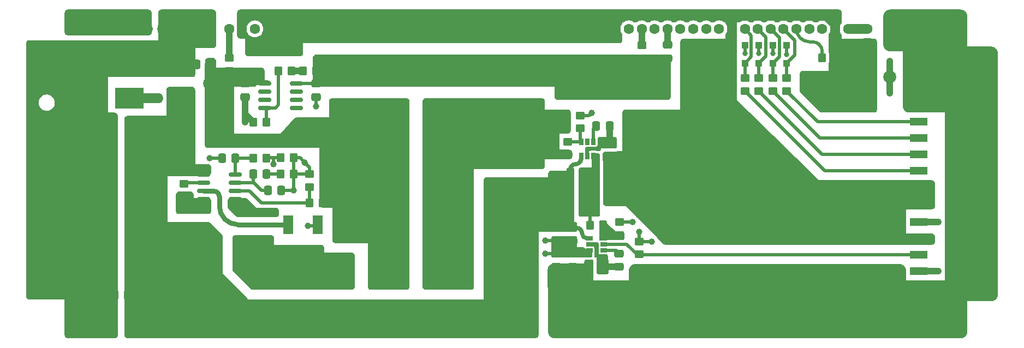
<source format=gbl>
G04 #@! TF.GenerationSoftware,KiCad,Pcbnew,7.0.7*
G04 #@! TF.CreationDate,2024-06-10T21:29:32+02:00*
G04 #@! TF.ProjectId,vfd_display,7666645f-6469-4737-906c-61792e6b6963,rev?*
G04 #@! TF.SameCoordinates,Original*
G04 #@! TF.FileFunction,Copper,L2,Bot*
G04 #@! TF.FilePolarity,Positive*
%FSLAX46Y46*%
G04 Gerber Fmt 4.6, Leading zero omitted, Abs format (unit mm)*
G04 Created by KiCad (PCBNEW 7.0.7) date 2024-06-10 21:29:32*
%MOMM*%
%LPD*%
G01*
G04 APERTURE LIST*
G04 Aperture macros list*
%AMRoundRect*
0 Rectangle with rounded corners*
0 $1 Rounding radius*
0 $2 $3 $4 $5 $6 $7 $8 $9 X,Y pos of 4 corners*
0 Add a 4 corners polygon primitive as box body*
4,1,4,$2,$3,$4,$5,$6,$7,$8,$9,$2,$3,0*
0 Add four circle primitives for the rounded corners*
1,1,$1+$1,$2,$3*
1,1,$1+$1,$4,$5*
1,1,$1+$1,$6,$7*
1,1,$1+$1,$8,$9*
0 Add four rect primitives between the rounded corners*
20,1,$1+$1,$2,$3,$4,$5,0*
20,1,$1+$1,$4,$5,$6,$7,0*
20,1,$1+$1,$6,$7,$8,$9,0*
20,1,$1+$1,$8,$9,$2,$3,0*%
G04 Aperture macros list end*
G04 #@! TA.AperFunction,ComponentPad*
%ADD10C,1.600000*%
G04 #@! TD*
G04 #@! TA.AperFunction,SMDPad,CuDef*
%ADD11RoundRect,0.250000X0.300000X-0.300000X0.300000X0.300000X-0.300000X0.300000X-0.300000X-0.300000X0*%
G04 #@! TD*
G04 #@! TA.AperFunction,SMDPad,CuDef*
%ADD12RoundRect,0.250000X-0.450000X0.350000X-0.450000X-0.350000X0.450000X-0.350000X0.450000X0.350000X0*%
G04 #@! TD*
G04 #@! TA.AperFunction,SMDPad,CuDef*
%ADD13RoundRect,0.250000X-0.337500X-0.475000X0.337500X-0.475000X0.337500X0.475000X-0.337500X0.475000X0*%
G04 #@! TD*
G04 #@! TA.AperFunction,SMDPad,CuDef*
%ADD14RoundRect,0.250000X1.500000X0.550000X-1.500000X0.550000X-1.500000X-0.550000X1.500000X-0.550000X0*%
G04 #@! TD*
G04 #@! TA.AperFunction,SMDPad,CuDef*
%ADD15R,1.500000X2.900000*%
G04 #@! TD*
G04 #@! TA.AperFunction,SMDPad,CuDef*
%ADD16R,6.300000X6.500000*%
G04 #@! TD*
G04 #@! TA.AperFunction,SMDPad,CuDef*
%ADD17RoundRect,0.250000X0.450000X-0.350000X0.450000X0.350000X-0.450000X0.350000X-0.450000X-0.350000X0*%
G04 #@! TD*
G04 #@! TA.AperFunction,SMDPad,CuDef*
%ADD18RoundRect,0.250000X0.337500X0.475000X-0.337500X0.475000X-0.337500X-0.475000X0.337500X-0.475000X0*%
G04 #@! TD*
G04 #@! TA.AperFunction,SMDPad,CuDef*
%ADD19RoundRect,0.250000X0.350000X0.450000X-0.350000X0.450000X-0.350000X-0.450000X0.350000X-0.450000X0*%
G04 #@! TD*
G04 #@! TA.AperFunction,SMDPad,CuDef*
%ADD20RoundRect,0.225000X-0.375000X0.225000X-0.375000X-0.225000X0.375000X-0.225000X0.375000X0.225000X0*%
G04 #@! TD*
G04 #@! TA.AperFunction,SMDPad,CuDef*
%ADD21RoundRect,0.250000X-0.475000X0.337500X-0.475000X-0.337500X0.475000X-0.337500X0.475000X0.337500X0*%
G04 #@! TD*
G04 #@! TA.AperFunction,SMDPad,CuDef*
%ADD22C,2.000000*%
G04 #@! TD*
G04 #@! TA.AperFunction,SMDPad,CuDef*
%ADD23RoundRect,0.250000X-0.350000X-0.450000X0.350000X-0.450000X0.350000X0.450000X-0.350000X0.450000X0*%
G04 #@! TD*
G04 #@! TA.AperFunction,SMDPad,CuDef*
%ADD24RoundRect,0.250000X0.475000X-0.337500X0.475000X0.337500X-0.475000X0.337500X-0.475000X-0.337500X0*%
G04 #@! TD*
G04 #@! TA.AperFunction,SMDPad,CuDef*
%ADD25R,1.000000X0.700000*%
G04 #@! TD*
G04 #@! TA.AperFunction,SMDPad,CuDef*
%ADD26R,4.900000X5.400000*%
G04 #@! TD*
G04 #@! TA.AperFunction,SMDPad,CuDef*
%ADD27R,0.700000X1.000000*%
G04 #@! TD*
G04 #@! TA.AperFunction,SMDPad,CuDef*
%ADD28R,6.200000X3.900000*%
G04 #@! TD*
G04 #@! TA.AperFunction,SMDPad,CuDef*
%ADD29R,4.400000X3.300000*%
G04 #@! TD*
G04 #@! TA.AperFunction,SMDPad,CuDef*
%ADD30RoundRect,0.250000X-0.325000X-0.450000X0.325000X-0.450000X0.325000X0.450000X-0.325000X0.450000X0*%
G04 #@! TD*
G04 #@! TA.AperFunction,SMDPad,CuDef*
%ADD31RoundRect,0.250000X-1.950000X-1.000000X1.950000X-1.000000X1.950000X1.000000X-1.950000X1.000000X0*%
G04 #@! TD*
G04 #@! TA.AperFunction,SMDPad,CuDef*
%ADD32RoundRect,0.250001X0.462499X0.849999X-0.462499X0.849999X-0.462499X-0.849999X0.462499X-0.849999X0*%
G04 #@! TD*
G04 #@! TA.AperFunction,SMDPad,CuDef*
%ADD33RoundRect,0.150000X-0.825000X-0.150000X0.825000X-0.150000X0.825000X0.150000X-0.825000X0.150000X0*%
G04 #@! TD*
G04 #@! TA.AperFunction,SMDPad,CuDef*
%ADD34RoundRect,0.150000X0.825000X0.150000X-0.825000X0.150000X-0.825000X-0.150000X0.825000X-0.150000X0*%
G04 #@! TD*
G04 #@! TA.AperFunction,SMDPad,CuDef*
%ADD35R,2.750000X1.250000*%
G04 #@! TD*
G04 #@! TA.AperFunction,SMDPad,CuDef*
%ADD36RoundRect,0.250000X-0.650000X1.500000X-0.650000X-1.500000X0.650000X-1.500000X0.650000X1.500000X0*%
G04 #@! TD*
G04 #@! TA.AperFunction,SMDPad,CuDef*
%ADD37RoundRect,0.250001X-0.849999X0.462499X-0.849999X-0.462499X0.849999X-0.462499X0.849999X0.462499X0*%
G04 #@! TD*
G04 #@! TA.AperFunction,ViaPad*
%ADD38C,1.000000*%
G04 #@! TD*
G04 #@! TA.AperFunction,ViaPad*
%ADD39C,0.800000*%
G04 #@! TD*
G04 #@! TA.AperFunction,ViaPad*
%ADD40C,4.000000*%
G04 #@! TD*
G04 #@! TA.AperFunction,ViaPad*
%ADD41C,2.000000*%
G04 #@! TD*
G04 #@! TA.AperFunction,Conductor*
%ADD42C,0.500000*%
G04 #@! TD*
G04 #@! TA.AperFunction,Conductor*
%ADD43C,1.000000*%
G04 #@! TD*
G04 #@! TA.AperFunction,Conductor*
%ADD44C,2.000000*%
G04 #@! TD*
G04 #@! TA.AperFunction,Conductor*
%ADD45C,0.250000*%
G04 #@! TD*
G04 #@! TA.AperFunction,Conductor*
%ADD46C,1.500000*%
G04 #@! TD*
G04 #@! TA.AperFunction,Conductor*
%ADD47C,0.700000*%
G04 #@! TD*
G04 #@! TA.AperFunction,Conductor*
%ADD48C,0.750000*%
G04 #@! TD*
G04 APERTURE END LIST*
D10*
X83000000Y-68000000D03*
X85000000Y-68000000D03*
X87000000Y-68000000D03*
X89000000Y-68000000D03*
X99000000Y-68000000D03*
X101000000Y-68000000D03*
X107000000Y-68000000D03*
X109000000Y-68000000D03*
X111000000Y-68000000D03*
X169000000Y-68000000D03*
X171000000Y-68000000D03*
X173000000Y-68000000D03*
X175000000Y-68000000D03*
X177000000Y-68000000D03*
X179000000Y-68000000D03*
X181000000Y-68000000D03*
X183000000Y-68000000D03*
X185000000Y-68000000D03*
X187000000Y-68000000D03*
X189000000Y-68000000D03*
X191000000Y-68000000D03*
X193000000Y-68000000D03*
X195000000Y-68000000D03*
X197000000Y-68000000D03*
X199000000Y-68000000D03*
X201000000Y-68000000D03*
X203000000Y-68000000D03*
X213000000Y-68000000D03*
X215000000Y-68000000D03*
X217000000Y-68000000D03*
X219000000Y-68000000D03*
D11*
X189166666Y-70540000D03*
X189166666Y-73340000D03*
D12*
X171000000Y-72540000D03*
X171000000Y-70540000D03*
X107000000Y-74500000D03*
X107000000Y-72500000D03*
D13*
X162000000Y-90287500D03*
X159925000Y-90287500D03*
D14*
X87600000Y-103000000D03*
X93000000Y-103000000D03*
D15*
X120786000Y-98390000D03*
D16*
X118500000Y-104890000D03*
D15*
X116214000Y-98390000D03*
D17*
X167600000Y-98000000D03*
X167600000Y-100000000D03*
D18*
X101925000Y-73500000D03*
X104000000Y-73500000D03*
D19*
X199000000Y-72500000D03*
X201000000Y-72500000D03*
X118500000Y-74500000D03*
X120500000Y-74500000D03*
D17*
X189166666Y-75620000D03*
X189166666Y-77620000D03*
X187000000Y-75620000D03*
X187000000Y-77620000D03*
D20*
X92000000Y-71300000D03*
X92000000Y-68000000D03*
D18*
X105925000Y-88040000D03*
X108000000Y-88040000D03*
D21*
X109500000Y-78575000D03*
X109500000Y-76500000D03*
D13*
X115075000Y-93040000D03*
X113000000Y-93040000D03*
D17*
X159500000Y-85537500D03*
X159500000Y-87537500D03*
D19*
X110750000Y-82500000D03*
X112750000Y-82500000D03*
D22*
X173000000Y-77000000D03*
D21*
X157750000Y-100950000D03*
X157750000Y-98875000D03*
D23*
X165000000Y-98450000D03*
X163000000Y-98450000D03*
D13*
X166000000Y-83037500D03*
X163925000Y-83037500D03*
D17*
X191333332Y-75620000D03*
X191333332Y-77620000D03*
D12*
X100000000Y-94040000D03*
X100000000Y-92040000D03*
D13*
X96500000Y-68000000D03*
X94425000Y-68000000D03*
D23*
X117000000Y-90540000D03*
X115000000Y-90540000D03*
D22*
X92500000Y-83500000D03*
D24*
X175000000Y-70500000D03*
X175000000Y-72575000D03*
D13*
X162037500Y-92787500D03*
X159962500Y-92787500D03*
D25*
X165100000Y-102400000D03*
X165100000Y-101450000D03*
X165100000Y-100500000D03*
X162900000Y-100500000D03*
X162900000Y-101450000D03*
X162900000Y-102400000D03*
D22*
X99000000Y-73500000D03*
X209500000Y-75500000D03*
D12*
X170600000Y-103000000D03*
X170600000Y-101000000D03*
D26*
X111400000Y-103040000D03*
X99600000Y-103040000D03*
D23*
X112750000Y-88040000D03*
X110750000Y-88040000D03*
D18*
X163925000Y-90287500D03*
X166000000Y-90287500D03*
D17*
X193500000Y-75620000D03*
X193500000Y-77620000D03*
D11*
X191333332Y-70540000D03*
X191333332Y-73340000D03*
D19*
X119500000Y-95040000D03*
X121500000Y-95040000D03*
D21*
X167500000Y-104950000D03*
X167500000Y-102875000D03*
X206000000Y-70075000D03*
X206000000Y-68000000D03*
D13*
X112825000Y-90540000D03*
X110750000Y-90540000D03*
D27*
X163500000Y-85500000D03*
X162550000Y-85500000D03*
X161600000Y-85500000D03*
X161600000Y-87700000D03*
X162550000Y-87700000D03*
X163500000Y-87700000D03*
D28*
X82500000Y-73000000D03*
X82500000Y-85900000D03*
D29*
X91500000Y-78750000D03*
D11*
X193500000Y-70540000D03*
X193500000Y-73340000D03*
D30*
X98050000Y-78750000D03*
X96000000Y-78750000D03*
D22*
X201000000Y-75500000D03*
X104000000Y-76500000D03*
D23*
X117000000Y-88000000D03*
X115000000Y-88000000D03*
D11*
X187000000Y-70540000D03*
X187000000Y-73340000D03*
D18*
X89212500Y-109290000D03*
X91287500Y-109290000D03*
D31*
X140400000Y-104360000D03*
X132000000Y-104360000D03*
D17*
X119500000Y-90540000D03*
X119500000Y-92540000D03*
D24*
X157750000Y-102875000D03*
X157750000Y-104950000D03*
D32*
X162837500Y-104950000D03*
X165162500Y-104950000D03*
D21*
X160250000Y-100950000D03*
X160250000Y-98875000D03*
D18*
X163925000Y-92787500D03*
X166000000Y-92787500D03*
D17*
X161500000Y-81450000D03*
X161500000Y-83450000D03*
D33*
X117450000Y-80310000D03*
X117450000Y-79040000D03*
X117450000Y-77770000D03*
X117450000Y-76500000D03*
X112500000Y-76500000D03*
X112500000Y-77770000D03*
X112500000Y-79040000D03*
X112500000Y-80310000D03*
D24*
X160250000Y-102875000D03*
X160250000Y-104950000D03*
D34*
X103025000Y-90635000D03*
X103025000Y-91905000D03*
X103025000Y-93175000D03*
X103025000Y-94445000D03*
X107975000Y-94445000D03*
X107975000Y-93175000D03*
X107975000Y-91905000D03*
X107975000Y-90635000D03*
D19*
X114690000Y-74500000D03*
X116690000Y-74500000D03*
D35*
X214000000Y-90000000D03*
X214000000Y-87460000D03*
X214000000Y-84920000D03*
X214000000Y-82380000D03*
X214000000Y-105620000D03*
X214000000Y-103080000D03*
X214000000Y-100540000D03*
X214000000Y-98000000D03*
D31*
X140400000Y-92930000D03*
X132000000Y-92930000D03*
D36*
X125500000Y-104540000D03*
X125500000Y-99540000D03*
D21*
X120500000Y-78575000D03*
X120500000Y-76500000D03*
D22*
X210000000Y-68000000D03*
D31*
X140400000Y-81500000D03*
X132000000Y-81500000D03*
D37*
X166000000Y-87862500D03*
X166000000Y-85537500D03*
D38*
X140000000Y-98500000D03*
X120500000Y-80000000D03*
X147000000Y-83250000D03*
X151500000Y-83250000D03*
X80250000Y-104750000D03*
X163000000Y-96500000D03*
X157750000Y-87500000D03*
X87000000Y-101750000D03*
X149250000Y-88250000D03*
X80250000Y-98750000D03*
D39*
X191333332Y-71810000D03*
D38*
X84750000Y-96750000D03*
X104000000Y-88040000D03*
X82500000Y-97750000D03*
X78000000Y-107750000D03*
X101500000Y-95750000D03*
D39*
X187000000Y-71810000D03*
D40*
X82500000Y-79500000D03*
D38*
X144750000Y-86250000D03*
X118750000Y-88750000D03*
X80250000Y-94750000D03*
X114000000Y-96500000D03*
X84750000Y-102750000D03*
X78000000Y-95750000D03*
X209500000Y-78000000D03*
D41*
X141000000Y-85250000D03*
D38*
X153750000Y-88250000D03*
X139000000Y-96250000D03*
X80250000Y-106750000D03*
X156050000Y-100900000D03*
X153750000Y-82250000D03*
X82500000Y-101750000D03*
X144750000Y-84250000D03*
X209500000Y-73000000D03*
X151500000Y-87250000D03*
X82500000Y-99750000D03*
D39*
X193500000Y-72000000D03*
D38*
X78000000Y-99750000D03*
X144750000Y-80250000D03*
X147000000Y-87250000D03*
X142000000Y-98500000D03*
X78000000Y-103750000D03*
X84750000Y-94750000D03*
X149250000Y-80250000D03*
X153750000Y-86250000D03*
X84750000Y-98750000D03*
X80250000Y-100750000D03*
X170600000Y-99500000D03*
X78000000Y-97750000D03*
X87000000Y-95750000D03*
X143000000Y-100750000D03*
X163000000Y-94287500D03*
X153750000Y-80250000D03*
X112250000Y-96500000D03*
D39*
X189166666Y-71810000D03*
D38*
X217000000Y-105620000D03*
X78000000Y-101750000D03*
X78000000Y-105750000D03*
X82500000Y-95750000D03*
X84750000Y-106750000D03*
X156050000Y-102900000D03*
X87000000Y-99750000D03*
X110500000Y-96500000D03*
X109500000Y-95500000D03*
X151500000Y-81250000D03*
X172600000Y-101000000D03*
X108500000Y-96500000D03*
X99750000Y-95750000D03*
X149250000Y-84250000D03*
X217000000Y-98000000D03*
D41*
X141000000Y-89000000D03*
D38*
X144750000Y-88250000D03*
X80250000Y-102750000D03*
X149250000Y-82250000D03*
X144750000Y-82250000D03*
X117000000Y-93040000D03*
X139000000Y-100750000D03*
X84750000Y-104750000D03*
X147000000Y-81250000D03*
X87000000Y-107750000D03*
X87000000Y-97750000D03*
X80250000Y-96750000D03*
X87000000Y-105750000D03*
X151500000Y-85250000D03*
X87000000Y-103750000D03*
X149250000Y-86250000D03*
X103250000Y-95750000D03*
X109500000Y-82500000D03*
X143000000Y-96250000D03*
X82500000Y-107750000D03*
X141000000Y-96250000D03*
X84750000Y-100750000D03*
X82500000Y-103750000D03*
X147000000Y-85250000D03*
X82500000Y-105750000D03*
X141000000Y-100750000D03*
X153750000Y-84250000D03*
X168000000Y-87787500D03*
X163250000Y-81037500D03*
X169600000Y-98000000D03*
X160250000Y-107000000D03*
X119250000Y-98540000D03*
X113895000Y-89000000D03*
D42*
X163500000Y-83462500D02*
X163500000Y-85500000D01*
X163925000Y-83037500D02*
X163500000Y-83462500D01*
X163000000Y-98450000D02*
X163000000Y-96500000D01*
X157725000Y-102900000D02*
X157750000Y-102875000D01*
D43*
X209500000Y-75500000D02*
X209500000Y-73000000D01*
D42*
X118000000Y-88000000D02*
X118750000Y-88750000D01*
X157750000Y-87500000D02*
X159462500Y-87500000D01*
D44*
X82500000Y-85900000D02*
X82500000Y-79500000D01*
D42*
X105925000Y-88040000D02*
X104000000Y-88040000D01*
D45*
X163500000Y-90275000D02*
X163512500Y-90287500D01*
D42*
X117000000Y-88000000D02*
X118000000Y-88000000D01*
D43*
X163000000Y-92787500D02*
X162037500Y-92787500D01*
D42*
X214000000Y-105620000D02*
X214120000Y-105500000D01*
D46*
X206000000Y-68000000D02*
X203000000Y-68000000D01*
D42*
X119500000Y-89500000D02*
X119500000Y-90540000D01*
X187000000Y-71810000D02*
X187000000Y-70540000D01*
X163000000Y-94287500D02*
X163000000Y-96500000D01*
D43*
X157750000Y-101950000D02*
X157750000Y-100950000D01*
D42*
X163000000Y-92787500D02*
X163000000Y-94287500D01*
X157700000Y-100900000D02*
X157750000Y-100950000D01*
X115075000Y-93040000D02*
X117000000Y-93040000D01*
D43*
X163925000Y-92787500D02*
X163000000Y-92787500D01*
D42*
X163500000Y-87700000D02*
X163500000Y-90275000D01*
D44*
X82500000Y-79500000D02*
X82500000Y-73000000D01*
D43*
X160250000Y-102875000D02*
X160250000Y-100950000D01*
D42*
X156050000Y-100900000D02*
X157700000Y-100900000D01*
X193500000Y-72000000D02*
X193500000Y-70540000D01*
D43*
X109500000Y-81250000D02*
X110750000Y-82500000D01*
D46*
X99000000Y-68000000D02*
X96625000Y-68000000D01*
D43*
X101925000Y-73500000D02*
X99000000Y-73500000D01*
D42*
X119500000Y-90540000D02*
X117000000Y-90540000D01*
D43*
X209500000Y-75500000D02*
X209500000Y-78000000D01*
D42*
X189166666Y-71810000D02*
X189166666Y-70540000D01*
X156050000Y-102900000D02*
X157725000Y-102900000D01*
X118750000Y-88750000D02*
X119500000Y-89500000D01*
X191333332Y-71810000D02*
X191333332Y-70540000D01*
X117000000Y-90540000D02*
X117000000Y-93040000D01*
X120500000Y-78575000D02*
X120500000Y-80000000D01*
D43*
X109500000Y-78575000D02*
X109500000Y-81250000D01*
X157750000Y-102875000D02*
X157750000Y-101950000D01*
D42*
X159462500Y-87500000D02*
X159500000Y-87537500D01*
D43*
X162000000Y-90287500D02*
X163925000Y-90287500D01*
D42*
X117000000Y-88000000D02*
X117000000Y-90540000D01*
X172600000Y-101000000D02*
X170600000Y-101000000D01*
D43*
X109500000Y-82500000D02*
X109500000Y-78575000D01*
D46*
X99000000Y-68000000D02*
X101000000Y-68000000D01*
D45*
X163512500Y-90287500D02*
X163925000Y-90287500D01*
D42*
X170600000Y-99500000D02*
X170600000Y-101000000D01*
D43*
X217000000Y-105620000D02*
X214000000Y-105620000D01*
X175000000Y-70500000D02*
X175000000Y-68000000D01*
X214000000Y-98000000D02*
X217000000Y-98000000D01*
X166000000Y-83037500D02*
X166000000Y-85537500D01*
D46*
X92500000Y-83500000D02*
X92950000Y-83950000D01*
D42*
X103025000Y-90635000D02*
X93305000Y-90635000D01*
D47*
X161600000Y-88150000D02*
X161600000Y-87700000D01*
D43*
X159925000Y-92750000D02*
X159925000Y-90287500D01*
D46*
X97000000Y-83500000D02*
X92500000Y-83500000D01*
D43*
X93000000Y-103000000D02*
X93000000Y-107577500D01*
X159962500Y-92787500D02*
X159962500Y-98587500D01*
D46*
X92950000Y-83950000D02*
X92950000Y-87990000D01*
D47*
X159925000Y-90287500D02*
X159925000Y-89825000D01*
D43*
X93000000Y-107577500D02*
X91287500Y-109290000D01*
D46*
X98050000Y-82450000D02*
X97000000Y-83500000D01*
D47*
X162900000Y-100500000D02*
X162500000Y-100500000D01*
D43*
X159962500Y-92787500D02*
X159925000Y-92750000D01*
D46*
X92950000Y-87990000D02*
X92950000Y-103040000D01*
D43*
X157750000Y-98875000D02*
X160250000Y-98875000D01*
D47*
X160250000Y-98875000D02*
X160875000Y-98875000D01*
D42*
X159962500Y-98587500D02*
X160250000Y-98875000D01*
D46*
X99600000Y-103040000D02*
X92950000Y-103040000D01*
X98050000Y-78750000D02*
X98050000Y-82450000D01*
D47*
X160750000Y-89000000D02*
G75*
G03*
X159925000Y-89825000I0J-825000D01*
G01*
X161750000Y-99750000D02*
G75*
G03*
X160875000Y-98875000I-875000J0D01*
G01*
X161750000Y-99750000D02*
G75*
G03*
X162500000Y-100500000I750000J0D01*
G01*
X160750000Y-89000000D02*
G75*
G03*
X161600000Y-88150000I0J850000D01*
G01*
D42*
X112000000Y-93040000D02*
X110750000Y-91790000D01*
X110635000Y-91905000D02*
X110750000Y-91790000D01*
X110750000Y-91790000D02*
X110750000Y-90540000D01*
X113000000Y-93040000D02*
X112000000Y-93040000D01*
X107975000Y-91905000D02*
X110635000Y-91905000D01*
D44*
X125500000Y-93000000D02*
X125500000Y-99540000D01*
D43*
X107000000Y-74500000D02*
X107000000Y-76500000D01*
X125500000Y-95750000D02*
X125500000Y-99540000D01*
D42*
X125540000Y-99500000D02*
X125500000Y-99540000D01*
D43*
X121500000Y-85000000D02*
X125500000Y-89000000D01*
X124790000Y-95040000D02*
X125500000Y-95750000D01*
D44*
X125570000Y-92930000D02*
X125500000Y-93000000D01*
D43*
X104000000Y-76500000D02*
X107000000Y-76500000D01*
D44*
X132000000Y-92930000D02*
X125570000Y-92930000D01*
D43*
X121500000Y-95040000D02*
X124790000Y-95040000D01*
D44*
X132000000Y-81500000D02*
X132000000Y-104360000D01*
D46*
X104000000Y-73500000D02*
X104000000Y-76500000D01*
D43*
X125500000Y-89000000D02*
X125500000Y-93000000D01*
X107250000Y-85000000D02*
X121500000Y-85000000D01*
X104000000Y-81750000D02*
X107250000Y-85000000D01*
D42*
X112500000Y-76500000D02*
X109500000Y-76500000D01*
D43*
X107000000Y-76500000D02*
X109500000Y-76500000D01*
X104000000Y-76500000D02*
X104000000Y-81750000D01*
X171000000Y-72540000D02*
X173500000Y-72540000D01*
X120500000Y-76500000D02*
X120500000Y-75500000D01*
X168040000Y-75500000D02*
X171000000Y-72540000D01*
D42*
X120500000Y-76500000D02*
X117450000Y-76500000D01*
D43*
X175000000Y-72575000D02*
X174965000Y-72540000D01*
X173500000Y-72540000D02*
X174965000Y-72540000D01*
X120500000Y-75500000D02*
X168040000Y-75500000D01*
X173000000Y-73040000D02*
X173500000Y-72540000D01*
X173000000Y-77000000D02*
X173000000Y-73040000D01*
X120500000Y-74500000D02*
X120500000Y-76500000D01*
X174925000Y-72500000D02*
X175000000Y-72575000D01*
D42*
X171035000Y-72575000D02*
X171000000Y-72540000D01*
X112825000Y-90540000D02*
X115000000Y-90540000D01*
D46*
X96000000Y-78750000D02*
X91500000Y-78750000D01*
D42*
X206000000Y-70075000D02*
X203425000Y-70075000D01*
D43*
X201000000Y-72500000D02*
X201000000Y-75500000D01*
D42*
X161500000Y-81450000D02*
X162837500Y-81450000D01*
X199500000Y-66500000D02*
X185750000Y-66500000D01*
X162837500Y-81450000D02*
X163250000Y-81037500D01*
X168000000Y-87787500D02*
X166075000Y-87787500D01*
X201000000Y-68000000D02*
X201000000Y-72500000D01*
X185000000Y-67250000D02*
X185000000Y-68000000D01*
X185750000Y-66500000D02*
X185000000Y-67250000D01*
X166075000Y-87787500D02*
X166000000Y-87862500D01*
D45*
X166837500Y-87862500D02*
X166000000Y-87862500D01*
D42*
X201000000Y-68000000D02*
X199500000Y-66500000D01*
D43*
X166000000Y-92787500D02*
X166000000Y-87862500D01*
D42*
X203425000Y-70075000D02*
X201000000Y-72500000D01*
X108000000Y-88040000D02*
X110750000Y-88040000D01*
X108000000Y-88040000D02*
X108000000Y-90610000D01*
X108000000Y-90610000D02*
X107975000Y-90635000D01*
D46*
X83000000Y-68000000D02*
X89000000Y-68000000D01*
X94425000Y-68000000D02*
X89000000Y-68000000D01*
D42*
X165100000Y-102400000D02*
X167025000Y-102400000D01*
X167025000Y-102400000D02*
X167500000Y-102875000D01*
D43*
X165162500Y-104950000D02*
X167500000Y-104950000D01*
D42*
X165625000Y-104487500D02*
X165162500Y-104950000D01*
X160250000Y-104950000D02*
X160250000Y-107000000D01*
D43*
X157750000Y-104950000D02*
X162837500Y-104950000D01*
D42*
X169600000Y-98000000D02*
X167600000Y-98000000D01*
X160250000Y-107000000D02*
X160500000Y-107000000D01*
D46*
X116150000Y-103040000D02*
X111400000Y-103040000D01*
D42*
X118850000Y-104540000D02*
X118500000Y-104890000D01*
X125500000Y-104540000D02*
X118850000Y-104540000D01*
D46*
X118500000Y-104890000D02*
X118000000Y-104890000D01*
X118000000Y-104890000D02*
X116150000Y-103040000D01*
D42*
X191333332Y-75620000D02*
X191333332Y-73340000D01*
X192333332Y-72340000D02*
X192333332Y-69333332D01*
X191333332Y-73340000D02*
X192333332Y-72340000D01*
X192333332Y-69333332D02*
X191000000Y-68000000D01*
X190250000Y-71500000D02*
X190250000Y-69250000D01*
X189166666Y-73340000D02*
X190250000Y-72256666D01*
X190250000Y-72256666D02*
X190250000Y-70250000D01*
X190250000Y-69250000D02*
X189000000Y-68000000D01*
X189166666Y-75620000D02*
X189166666Y-73340000D01*
X188000000Y-69000000D02*
X187000000Y-68000000D01*
X187000000Y-75620000D02*
X187000000Y-73340000D01*
X187000000Y-73340000D02*
X188000000Y-72340000D01*
X188000000Y-72340000D02*
X188000000Y-69000000D01*
X194750000Y-69750000D02*
X193000000Y-68000000D01*
X193500000Y-75620000D02*
X193500000Y-73340000D01*
X194750000Y-72090000D02*
X194750000Y-69750000D01*
X193500000Y-73340000D02*
X194750000Y-72090000D01*
X199380000Y-90000000D02*
X187000000Y-77620000D01*
X214000000Y-90000000D02*
X199380000Y-90000000D01*
X199006666Y-87460000D02*
X189166666Y-77620000D01*
X214000000Y-87460000D02*
X199006666Y-87460000D01*
X198633332Y-84920000D02*
X191333332Y-77620000D01*
X214000000Y-84920000D02*
X198633332Y-84920000D01*
X214000000Y-82380000D02*
X198260000Y-82380000D01*
X198260000Y-82380000D02*
X193500000Y-77620000D01*
X168700000Y-101450000D02*
X170250000Y-103000000D01*
X165100000Y-101450000D02*
X168700000Y-101450000D01*
X170680000Y-103080000D02*
X213750000Y-103080000D01*
X170600000Y-103000000D02*
X170680000Y-103080000D01*
X170250000Y-103000000D02*
X170600000Y-103000000D01*
D48*
X104618528Y-93175000D02*
X103025000Y-93175000D01*
X116214000Y-98390000D02*
X108390000Y-98390000D01*
X105500000Y-95500000D02*
X105500000Y-94056472D01*
X105500000Y-94056472D02*
G75*
G03*
X104618528Y-93175000I-881500J-28D01*
G01*
X105500000Y-95500000D02*
G75*
G03*
X108390000Y-98390000I2890000J0D01*
G01*
D42*
X119250000Y-98540000D02*
X120636000Y-98540000D01*
X115000000Y-88000000D02*
X114000000Y-88000000D01*
X114000000Y-88000000D02*
X112790000Y-88000000D01*
X113895000Y-88105000D02*
X114000000Y-88000000D01*
X113895000Y-89000000D02*
X113895000Y-88105000D01*
X120636000Y-98540000D02*
X120786000Y-98390000D01*
X112790000Y-88000000D02*
X112750000Y-88040000D01*
D43*
X118500000Y-74500000D02*
X116690000Y-74500000D01*
D42*
X119500000Y-92540000D02*
X119500000Y-95040000D01*
X112000000Y-95040000D02*
X110135000Y-93175000D01*
X119500000Y-95040000D02*
X112000000Y-95040000D01*
X110135000Y-93175000D02*
X107975000Y-93175000D01*
X114190000Y-80310000D02*
X112500000Y-80310000D01*
X112500000Y-80310000D02*
X112750000Y-80560000D01*
X112750000Y-80560000D02*
X112750000Y-82250000D01*
X112750000Y-82250000D02*
X112500000Y-82500000D01*
X114690000Y-74500000D02*
X114690000Y-79810000D01*
X114690000Y-79810000D02*
X114190000Y-80310000D01*
X161500000Y-83450000D02*
X161500000Y-85400000D01*
X159500000Y-85537500D02*
X161562500Y-85537500D01*
X161500000Y-85400000D02*
X161600000Y-85500000D01*
X199000000Y-72500000D02*
X199000000Y-71500000D01*
X197500000Y-70000000D02*
X197000000Y-70000000D01*
X199000000Y-71500000D02*
G75*
G03*
X197500000Y-70000000I-1500000J0D01*
G01*
X195000000Y-68000000D02*
G75*
G03*
X197000000Y-70000000I2000000J0D01*
G01*
D43*
X171000000Y-70540000D02*
X171000000Y-68000000D01*
X107000000Y-72500000D02*
X107000000Y-68000000D01*
D42*
X100135000Y-91905000D02*
X100000000Y-92040000D01*
X103025000Y-91905000D02*
X100135000Y-91905000D01*
X165100000Y-100500000D02*
X165100000Y-98550000D01*
X167600000Y-100000000D02*
X165600000Y-100000000D01*
X165600000Y-100000000D02*
X165000000Y-99400000D01*
X165100000Y-98550000D02*
X165000000Y-98450000D01*
X165000000Y-99400000D02*
X165000000Y-98450000D01*
G04 #@! TA.AperFunction,Conductor*
G36*
X160846288Y-100218954D02*
G01*
X160927070Y-100272930D01*
X160981046Y-100353712D01*
X161000000Y-100449000D01*
X161000000Y-101900000D01*
X161971890Y-101900000D01*
X162067178Y-101918954D01*
X162147956Y-101972927D01*
X162227235Y-102052206D01*
X162330009Y-102097585D01*
X162355135Y-102100500D01*
X163101001Y-102100499D01*
X163196288Y-102119453D01*
X163277069Y-102173429D01*
X163331046Y-102254211D01*
X163350000Y-102349499D01*
X163350000Y-103251000D01*
X163331046Y-103346288D01*
X163277070Y-103427070D01*
X163196288Y-103481046D01*
X163101000Y-103500000D01*
X157249000Y-103500000D01*
X157153712Y-103481046D01*
X157072930Y-103427070D01*
X157018954Y-103346288D01*
X157000000Y-103251000D01*
X157000000Y-100449000D01*
X157018954Y-100353712D01*
X157072930Y-100272930D01*
X157153712Y-100218954D01*
X157249000Y-100200000D01*
X160751000Y-100200000D01*
X160846288Y-100218954D01*
G37*
G04 #@! TD.AperFunction*
G04 #@! TA.AperFunction,Conductor*
G36*
X164195788Y-101118954D02*
G01*
X164276570Y-101172930D01*
X164330546Y-101253712D01*
X164349500Y-101349000D01*
X164349500Y-101824676D01*
X164359793Y-101876421D01*
X164359794Y-101973576D01*
X164359793Y-101973579D01*
X164349500Y-102025323D01*
X164349500Y-102774676D01*
X164364033Y-102847739D01*
X164381250Y-102873506D01*
X164381250Y-103000000D01*
X164572812Y-103000000D01*
X164575324Y-103000499D01*
X164575325Y-103000500D01*
X165509238Y-103000500D01*
X165557806Y-103005283D01*
X165576582Y-103009017D01*
X165666343Y-103046193D01*
X165735044Y-103114889D01*
X165772228Y-103204647D01*
X165772228Y-103204648D01*
X165776464Y-103225940D01*
X165781250Y-103274526D01*
X165781250Y-105825473D01*
X165776463Y-105874061D01*
X165772227Y-105895352D01*
X165735044Y-105985110D01*
X165666342Y-106053806D01*
X165576604Y-106090977D01*
X165555314Y-106095213D01*
X165506724Y-106100000D01*
X164305776Y-106100000D01*
X164257188Y-106095213D01*
X164235897Y-106090977D01*
X164146139Y-106053794D01*
X164077443Y-105985092D01*
X164040269Y-105895341D01*
X164036034Y-105874050D01*
X164031250Y-105825473D01*
X164031250Y-103725002D01*
X164031250Y-103725000D01*
X164031250Y-103500000D01*
X163831853Y-103500000D01*
X163765743Y-103472615D01*
X163697045Y-103403915D01*
X163659867Y-103314154D01*
X163655663Y-103257113D01*
X163655500Y-103257113D01*
X163655500Y-103254907D01*
X163655384Y-103253334D01*
X163655497Y-103251021D01*
X163655500Y-103251000D01*
X163655500Y-102349499D01*
X163651100Y-102304822D01*
X163650500Y-102292612D01*
X163650500Y-102025324D01*
X163650499Y-102025323D01*
X163635966Y-101952260D01*
X163581250Y-101870369D01*
X163581250Y-101800000D01*
X163427190Y-101800000D01*
X163424676Y-101799500D01*
X163424674Y-101799500D01*
X163152821Y-101799500D01*
X163140611Y-101798900D01*
X163101003Y-101794999D01*
X163101001Y-101794999D01*
X162634333Y-101794999D01*
X162539045Y-101776045D01*
X162458263Y-101722069D01*
X162404287Y-101641287D01*
X162390118Y-101594578D01*
X162386035Y-101574052D01*
X162381250Y-101525473D01*
X162381250Y-101374526D01*
X162386034Y-101325951D01*
X162390269Y-101304659D01*
X162427448Y-101214899D01*
X162496146Y-101146200D01*
X162585902Y-101109020D01*
X162598362Y-101106541D01*
X162604697Y-101105282D01*
X162653262Y-101100500D01*
X163425699Y-101100500D01*
X163435872Y-101100000D01*
X164100500Y-101100000D01*
X164195788Y-101118954D01*
G37*
G04 #@! TD.AperFunction*
G04 #@! TA.AperFunction,Conductor*
G36*
X175004031Y-72000530D02*
G01*
X175095879Y-72012622D01*
X175113223Y-72014906D01*
X175144491Y-72023284D01*
X175234918Y-72060740D01*
X175262952Y-72076925D01*
X175340602Y-72136509D01*
X175363491Y-72159398D01*
X175423074Y-72237048D01*
X175439259Y-72265081D01*
X175476715Y-72355508D01*
X175485093Y-72386775D01*
X175499469Y-72495964D01*
X175500000Y-72504065D01*
X175500000Y-78495934D01*
X175499469Y-78504035D01*
X175485093Y-78613224D01*
X175476715Y-78644491D01*
X175439259Y-78734918D01*
X175423074Y-78762951D01*
X175363491Y-78840601D01*
X175340601Y-78863491D01*
X175262951Y-78923074D01*
X175234918Y-78939259D01*
X175144491Y-78976715D01*
X175113224Y-78985093D01*
X175024783Y-78996737D01*
X175004031Y-78999469D01*
X174995934Y-79000000D01*
X158004066Y-79000000D01*
X157995968Y-78999469D01*
X157972457Y-78996374D01*
X157886775Y-78985093D01*
X157855508Y-78976715D01*
X157765081Y-78939259D01*
X157737048Y-78923074D01*
X157659398Y-78863491D01*
X157636508Y-78840601D01*
X157576925Y-78762951D01*
X157560740Y-78734918D01*
X157523284Y-78644491D01*
X157514906Y-78613223D01*
X157500531Y-78504035D01*
X157500000Y-78495933D01*
X157500000Y-77500006D01*
X157500000Y-77500000D01*
X157500000Y-77499999D01*
X157500000Y-77000000D01*
X157000000Y-77000000D01*
X156999993Y-77000000D01*
X120504066Y-77000000D01*
X120495968Y-76999469D01*
X120472457Y-76996374D01*
X120386775Y-76985093D01*
X120355508Y-76976715D01*
X120265081Y-76939259D01*
X120237048Y-76923074D01*
X120159398Y-76863491D01*
X120136508Y-76840601D01*
X120076925Y-76762951D01*
X120060740Y-76734918D01*
X120023284Y-76644491D01*
X120014906Y-76613223D01*
X120000531Y-76504035D01*
X120000000Y-76495933D01*
X120000000Y-72504066D01*
X120000531Y-72495964D01*
X120014906Y-72386776D01*
X120023284Y-72355508D01*
X120060740Y-72265081D01*
X120076923Y-72237050D01*
X120136513Y-72159392D01*
X120159392Y-72136513D01*
X120237050Y-72076923D01*
X120265079Y-72060740D01*
X120355509Y-72023283D01*
X120386775Y-72014906D01*
X120495967Y-72000530D01*
X120504067Y-72000000D01*
X174995933Y-72000000D01*
X175004031Y-72000530D01*
G37*
G04 #@! TD.AperFunction*
G04 #@! TA.AperFunction,Conductor*
G36*
X201634640Y-65001526D02*
G01*
X201721482Y-65015281D01*
X201758376Y-65027268D01*
X201827922Y-65062703D01*
X201859307Y-65085507D01*
X201914492Y-65140692D01*
X201937296Y-65172078D01*
X201972730Y-65241621D01*
X201984718Y-65278517D01*
X201998473Y-65365358D01*
X202000000Y-65384757D01*
X202000000Y-67000000D01*
X199839187Y-67000000D01*
X199839141Y-66999954D01*
X199652734Y-66869432D01*
X199652732Y-66869431D01*
X199446497Y-66773261D01*
X199446488Y-66773258D01*
X199226697Y-66714366D01*
X199226693Y-66714365D01*
X199226692Y-66714365D01*
X199226691Y-66714364D01*
X199226686Y-66714364D01*
X199000002Y-66694532D01*
X198999998Y-66694532D01*
X198773313Y-66714364D01*
X198773302Y-66714366D01*
X198553511Y-66773258D01*
X198553502Y-66773261D01*
X198347267Y-66869431D01*
X198347265Y-66869432D01*
X198192820Y-66977575D01*
X198126613Y-66999902D01*
X198121697Y-67000000D01*
X197878303Y-67000000D01*
X197811264Y-66980315D01*
X197807180Y-66977575D01*
X197652734Y-66869432D01*
X197652732Y-66869431D01*
X197446497Y-66773261D01*
X197446488Y-66773258D01*
X197226697Y-66714366D01*
X197226693Y-66714365D01*
X197226692Y-66714365D01*
X197226691Y-66714364D01*
X197226686Y-66714364D01*
X197000002Y-66694532D01*
X196999998Y-66694532D01*
X196773313Y-66714364D01*
X196773302Y-66714366D01*
X196553511Y-66773258D01*
X196553502Y-66773261D01*
X196347267Y-66869431D01*
X196347265Y-66869432D01*
X196192820Y-66977575D01*
X196126613Y-66999902D01*
X196121697Y-67000000D01*
X195878303Y-67000000D01*
X195811264Y-66980315D01*
X195807180Y-66977575D01*
X195652734Y-66869432D01*
X195652732Y-66869431D01*
X195446497Y-66773261D01*
X195446488Y-66773258D01*
X195226697Y-66714366D01*
X195226693Y-66714365D01*
X195226692Y-66714365D01*
X195226691Y-66714364D01*
X195226686Y-66714364D01*
X195000002Y-66694532D01*
X194999998Y-66694532D01*
X194773313Y-66714364D01*
X194773302Y-66714366D01*
X194553511Y-66773258D01*
X194553502Y-66773261D01*
X194347267Y-66869431D01*
X194347265Y-66869432D01*
X194192820Y-66977575D01*
X194126613Y-66999902D01*
X194121697Y-67000000D01*
X193878303Y-67000000D01*
X193811264Y-66980315D01*
X193807180Y-66977575D01*
X193652734Y-66869432D01*
X193652732Y-66869431D01*
X193446497Y-66773261D01*
X193446488Y-66773258D01*
X193226697Y-66714366D01*
X193226693Y-66714365D01*
X193226692Y-66714365D01*
X193226691Y-66714364D01*
X193226686Y-66714364D01*
X193000002Y-66694532D01*
X192999998Y-66694532D01*
X192773313Y-66714364D01*
X192773302Y-66714366D01*
X192553511Y-66773258D01*
X192553502Y-66773261D01*
X192347267Y-66869431D01*
X192347265Y-66869432D01*
X192192820Y-66977575D01*
X192126613Y-66999902D01*
X192121697Y-67000000D01*
X191878303Y-67000000D01*
X191811264Y-66980315D01*
X191807180Y-66977575D01*
X191652734Y-66869432D01*
X191652732Y-66869431D01*
X191446497Y-66773261D01*
X191446488Y-66773258D01*
X191226697Y-66714366D01*
X191226693Y-66714365D01*
X191226692Y-66714365D01*
X191226691Y-66714364D01*
X191226686Y-66714364D01*
X191000002Y-66694532D01*
X190999998Y-66694532D01*
X190773313Y-66714364D01*
X190773302Y-66714366D01*
X190553511Y-66773258D01*
X190553502Y-66773261D01*
X190347267Y-66869431D01*
X190347265Y-66869432D01*
X190192820Y-66977575D01*
X190126613Y-66999902D01*
X190121697Y-67000000D01*
X189878303Y-67000000D01*
X189811264Y-66980315D01*
X189807180Y-66977575D01*
X189652734Y-66869432D01*
X189652732Y-66869431D01*
X189446497Y-66773261D01*
X189446488Y-66773258D01*
X189226697Y-66714366D01*
X189226693Y-66714365D01*
X189226692Y-66714365D01*
X189226691Y-66714364D01*
X189226686Y-66714364D01*
X189000002Y-66694532D01*
X188999998Y-66694532D01*
X188773313Y-66714364D01*
X188773302Y-66714366D01*
X188553511Y-66773258D01*
X188553502Y-66773261D01*
X188347267Y-66869431D01*
X188347265Y-66869432D01*
X188192820Y-66977575D01*
X188126613Y-66999902D01*
X188121697Y-67000000D01*
X187878303Y-67000000D01*
X187811264Y-66980315D01*
X187807180Y-66977575D01*
X187652734Y-66869432D01*
X187652732Y-66869431D01*
X187446497Y-66773261D01*
X187446488Y-66773258D01*
X187226697Y-66714366D01*
X187226693Y-66714365D01*
X187226692Y-66714365D01*
X187226691Y-66714364D01*
X187226686Y-66714364D01*
X187000002Y-66694532D01*
X186999998Y-66694532D01*
X186773313Y-66714364D01*
X186773302Y-66714366D01*
X186553511Y-66773258D01*
X186553502Y-66773261D01*
X186347267Y-66869431D01*
X186347265Y-66869432D01*
X186164213Y-66997606D01*
X186159079Y-67000000D01*
X183839187Y-67000000D01*
X183839141Y-66999954D01*
X183652734Y-66869432D01*
X183652732Y-66869431D01*
X183446497Y-66773261D01*
X183446488Y-66773258D01*
X183226697Y-66714366D01*
X183226693Y-66714365D01*
X183226692Y-66714365D01*
X183226691Y-66714364D01*
X183226686Y-66714364D01*
X183000002Y-66694532D01*
X182999998Y-66694532D01*
X182773313Y-66714364D01*
X182773302Y-66714366D01*
X182553511Y-66773258D01*
X182553502Y-66773261D01*
X182347267Y-66869431D01*
X182347265Y-66869432D01*
X182192820Y-66977575D01*
X182126613Y-66999902D01*
X182121697Y-67000000D01*
X181878303Y-67000000D01*
X181811264Y-66980315D01*
X181807180Y-66977575D01*
X181652734Y-66869432D01*
X181652732Y-66869431D01*
X181446497Y-66773261D01*
X181446488Y-66773258D01*
X181226697Y-66714366D01*
X181226693Y-66714365D01*
X181226692Y-66714365D01*
X181226691Y-66714364D01*
X181226686Y-66714364D01*
X181000002Y-66694532D01*
X180999998Y-66694532D01*
X180773313Y-66714364D01*
X180773302Y-66714366D01*
X180553511Y-66773258D01*
X180553502Y-66773261D01*
X180347267Y-66869431D01*
X180347265Y-66869432D01*
X180192820Y-66977575D01*
X180126613Y-66999902D01*
X180121697Y-67000000D01*
X179878303Y-67000000D01*
X179811264Y-66980315D01*
X179807180Y-66977575D01*
X179652734Y-66869432D01*
X179652732Y-66869431D01*
X179446497Y-66773261D01*
X179446488Y-66773258D01*
X179226697Y-66714366D01*
X179226693Y-66714365D01*
X179226692Y-66714365D01*
X179226691Y-66714364D01*
X179226686Y-66714364D01*
X179000002Y-66694532D01*
X178999998Y-66694532D01*
X178773313Y-66714364D01*
X178773302Y-66714366D01*
X178553511Y-66773258D01*
X178553502Y-66773261D01*
X178347267Y-66869431D01*
X178347265Y-66869432D01*
X178192820Y-66977575D01*
X178126613Y-66999902D01*
X178121697Y-67000000D01*
X177878303Y-67000000D01*
X177811264Y-66980315D01*
X177807180Y-66977575D01*
X177652734Y-66869432D01*
X177652732Y-66869431D01*
X177446497Y-66773261D01*
X177446488Y-66773258D01*
X177226697Y-66714366D01*
X177226693Y-66714365D01*
X177226692Y-66714365D01*
X177226691Y-66714364D01*
X177226686Y-66714364D01*
X177000002Y-66694532D01*
X176999998Y-66694532D01*
X176773313Y-66714364D01*
X176773302Y-66714366D01*
X176553511Y-66773258D01*
X176553502Y-66773261D01*
X176347267Y-66869431D01*
X176347265Y-66869432D01*
X176192820Y-66977575D01*
X176126613Y-66999902D01*
X176121697Y-67000000D01*
X175878303Y-67000000D01*
X175811264Y-66980315D01*
X175807180Y-66977575D01*
X175652734Y-66869432D01*
X175652732Y-66869431D01*
X175446497Y-66773261D01*
X175446488Y-66773258D01*
X175226697Y-66714366D01*
X175226693Y-66714365D01*
X175226692Y-66714365D01*
X175226691Y-66714364D01*
X175226686Y-66714364D01*
X175000002Y-66694532D01*
X174999998Y-66694532D01*
X174773313Y-66714364D01*
X174773302Y-66714366D01*
X174553511Y-66773258D01*
X174553502Y-66773261D01*
X174347267Y-66869431D01*
X174347265Y-66869432D01*
X174192820Y-66977575D01*
X174126613Y-66999902D01*
X174121697Y-67000000D01*
X173878303Y-67000000D01*
X173811264Y-66980315D01*
X173807180Y-66977575D01*
X173652734Y-66869432D01*
X173652732Y-66869431D01*
X173446497Y-66773261D01*
X173446488Y-66773258D01*
X173226697Y-66714366D01*
X173226693Y-66714365D01*
X173226692Y-66714365D01*
X173226691Y-66714364D01*
X173226686Y-66714364D01*
X173000002Y-66694532D01*
X172999998Y-66694532D01*
X172773313Y-66714364D01*
X172773302Y-66714366D01*
X172553511Y-66773258D01*
X172553502Y-66773261D01*
X172347267Y-66869431D01*
X172347265Y-66869432D01*
X172192820Y-66977575D01*
X172126613Y-66999902D01*
X172121697Y-67000000D01*
X171878303Y-67000000D01*
X171811264Y-66980315D01*
X171807180Y-66977575D01*
X171652734Y-66869432D01*
X171652732Y-66869431D01*
X171446497Y-66773261D01*
X171446488Y-66773258D01*
X171226697Y-66714366D01*
X171226693Y-66714365D01*
X171226692Y-66714365D01*
X171226691Y-66714364D01*
X171226686Y-66714364D01*
X171000002Y-66694532D01*
X170999998Y-66694532D01*
X170773313Y-66714364D01*
X170773302Y-66714366D01*
X170553511Y-66773258D01*
X170553502Y-66773261D01*
X170347267Y-66869431D01*
X170347265Y-66869432D01*
X170192820Y-66977575D01*
X170126613Y-66999902D01*
X170121697Y-67000000D01*
X169878303Y-67000000D01*
X169811264Y-66980315D01*
X169807180Y-66977575D01*
X169652734Y-66869432D01*
X169652732Y-66869431D01*
X169446497Y-66773261D01*
X169446488Y-66773258D01*
X169226697Y-66714366D01*
X169226693Y-66714365D01*
X169226692Y-66714365D01*
X169226691Y-66714364D01*
X169226686Y-66714364D01*
X169000002Y-66694532D01*
X168999998Y-66694532D01*
X168773313Y-66714364D01*
X168773302Y-66714366D01*
X168553511Y-66773258D01*
X168553502Y-66773261D01*
X168347267Y-66869431D01*
X168347265Y-66869432D01*
X168160858Y-66999954D01*
X168160812Y-67000000D01*
X168000000Y-67000000D01*
X168000000Y-67160812D01*
X167999954Y-67160858D01*
X167869432Y-67347265D01*
X167869431Y-67347267D01*
X167773261Y-67553502D01*
X167773258Y-67553511D01*
X167714366Y-67773302D01*
X167714364Y-67773313D01*
X167694532Y-67999998D01*
X167694532Y-68000001D01*
X167714364Y-68226686D01*
X167714366Y-68226697D01*
X167773258Y-68446488D01*
X167773261Y-68446497D01*
X167869431Y-68652732D01*
X167869432Y-68652734D01*
X167977575Y-68807179D01*
X167999902Y-68873385D01*
X168000000Y-68878302D01*
X168000000Y-69745934D01*
X167999469Y-69754035D01*
X167985093Y-69863224D01*
X167976715Y-69894491D01*
X167939259Y-69984918D01*
X167923074Y-70012951D01*
X167863491Y-70090601D01*
X167840601Y-70113491D01*
X167762951Y-70173074D01*
X167734918Y-70189259D01*
X167644491Y-70226715D01*
X167613224Y-70235093D01*
X167524783Y-70246737D01*
X167504031Y-70249469D01*
X167495934Y-70250000D01*
X118500000Y-70250000D01*
X118500000Y-70750000D01*
X118500000Y-70750006D01*
X118500000Y-71745934D01*
X118499469Y-71754035D01*
X118485093Y-71863224D01*
X118476715Y-71894491D01*
X118439259Y-71984918D01*
X118423074Y-72012951D01*
X118363491Y-72090601D01*
X118340601Y-72113491D01*
X118262951Y-72173074D01*
X118234918Y-72189259D01*
X118144491Y-72226715D01*
X118113224Y-72235093D01*
X118024783Y-72246737D01*
X118004031Y-72249469D01*
X117995934Y-72250000D01*
X110004066Y-72250000D01*
X109995968Y-72249469D01*
X109972457Y-72246374D01*
X109886775Y-72235093D01*
X109855508Y-72226715D01*
X109765081Y-72189259D01*
X109737048Y-72173074D01*
X109659398Y-72113491D01*
X109636508Y-72090601D01*
X109576925Y-72012951D01*
X109560740Y-71984918D01*
X109523284Y-71894491D01*
X109514906Y-71863223D01*
X109500531Y-71754035D01*
X109500000Y-71745933D01*
X109500000Y-70000006D01*
X109500000Y-70000000D01*
X109499999Y-69999999D01*
X109500000Y-69500000D01*
X109000000Y-69500000D01*
X108999993Y-69500000D01*
X108754066Y-69500000D01*
X108745968Y-69499469D01*
X108722457Y-69496374D01*
X108636775Y-69485093D01*
X108605508Y-69476715D01*
X108515081Y-69439259D01*
X108487048Y-69423074D01*
X108409398Y-69363491D01*
X108386508Y-69340601D01*
X108359549Y-69305468D01*
X108326925Y-69262951D01*
X108310740Y-69234918D01*
X108273284Y-69144491D01*
X108264906Y-69113223D01*
X108250531Y-69004035D01*
X108250000Y-68995933D01*
X108250000Y-68376008D01*
X108254224Y-68343918D01*
X108285635Y-68226692D01*
X108305468Y-68000001D01*
X109694532Y-68000001D01*
X109714364Y-68226686D01*
X109714366Y-68226697D01*
X109773258Y-68446488D01*
X109773261Y-68446497D01*
X109869431Y-68652732D01*
X109869432Y-68652734D01*
X109999954Y-68839141D01*
X110160858Y-69000045D01*
X110207693Y-69032839D01*
X110347266Y-69130568D01*
X110553504Y-69226739D01*
X110553509Y-69226740D01*
X110553511Y-69226741D01*
X110606415Y-69240916D01*
X110773308Y-69285635D01*
X110916161Y-69298133D01*
X110999998Y-69305468D01*
X111000000Y-69305468D01*
X111000002Y-69305468D01*
X111056672Y-69300509D01*
X111226692Y-69285635D01*
X111446496Y-69226739D01*
X111652734Y-69130568D01*
X111839139Y-69000047D01*
X112000047Y-68839139D01*
X112130568Y-68652734D01*
X112226739Y-68446496D01*
X112285635Y-68226692D01*
X112305468Y-68000000D01*
X112285635Y-67773308D01*
X112226739Y-67553504D01*
X112130568Y-67347266D01*
X112000047Y-67160861D01*
X112000045Y-67160858D01*
X111839141Y-66999954D01*
X111652734Y-66869432D01*
X111652732Y-66869431D01*
X111446497Y-66773261D01*
X111446488Y-66773258D01*
X111226697Y-66714366D01*
X111226693Y-66714365D01*
X111226692Y-66714365D01*
X111226691Y-66714364D01*
X111226686Y-66714364D01*
X111000002Y-66694532D01*
X110999998Y-66694532D01*
X110773313Y-66714364D01*
X110773302Y-66714366D01*
X110553511Y-66773258D01*
X110553502Y-66773261D01*
X110347267Y-66869431D01*
X110347265Y-66869432D01*
X110160858Y-66999954D01*
X109999954Y-67160858D01*
X109869432Y-67347265D01*
X109869431Y-67347267D01*
X109773261Y-67553502D01*
X109773258Y-67553511D01*
X109714366Y-67773302D01*
X109714364Y-67773313D01*
X109694532Y-67999998D01*
X109694532Y-68000001D01*
X108305468Y-68000001D01*
X108305468Y-68000000D01*
X108285635Y-67773308D01*
X108254225Y-67656083D01*
X108250000Y-67623990D01*
X108250000Y-65504066D01*
X108250531Y-65495964D01*
X108264906Y-65386776D01*
X108273284Y-65355508D01*
X108310740Y-65265081D01*
X108326923Y-65237050D01*
X108386513Y-65159392D01*
X108409392Y-65136513D01*
X108487050Y-65076923D01*
X108515079Y-65060740D01*
X108605509Y-65023283D01*
X108636775Y-65014906D01*
X108745967Y-65000530D01*
X108754067Y-65000000D01*
X201615243Y-65000000D01*
X201634640Y-65001526D01*
G37*
G04 #@! TD.AperFunction*
G04 #@! TA.AperFunction,Conductor*
G36*
X166996288Y-84818954D02*
G01*
X167077070Y-84872930D01*
X167131046Y-84953712D01*
X167150000Y-85049000D01*
X167150000Y-86301000D01*
X167131046Y-86396288D01*
X167077070Y-86477070D01*
X166996288Y-86531046D01*
X166901000Y-86550000D01*
X164650000Y-86550000D01*
X164650000Y-86550001D01*
X164650000Y-86751000D01*
X164631046Y-86846288D01*
X164577070Y-86927070D01*
X164496288Y-86981046D01*
X164401000Y-87000000D01*
X164396107Y-87000000D01*
X164347531Y-86995216D01*
X164310595Y-86987869D01*
X164251003Y-86982000D01*
X164251000Y-86982000D01*
X164149806Y-86982000D01*
X164054518Y-86963046D01*
X164042256Y-86956401D01*
X164022766Y-86947795D01*
X164022765Y-86947794D01*
X163919991Y-86902415D01*
X163919990Y-86902414D01*
X163919989Y-86902414D01*
X163894866Y-86899500D01*
X163105144Y-86899500D01*
X163105130Y-86899501D01*
X163080006Y-86902415D01*
X162977237Y-86947792D01*
X162964634Y-86956426D01*
X162875309Y-86994639D01*
X162853038Y-86996962D01*
X162850001Y-87000000D01*
X162850000Y-87000000D01*
X162850000Y-87000001D01*
X162850000Y-87142889D01*
X162849792Y-87150075D01*
X162849500Y-87155129D01*
X162849500Y-87155134D01*
X162849500Y-87155135D01*
X162849500Y-87659075D01*
X162849501Y-87951000D01*
X162830547Y-88046288D01*
X162776571Y-88127069D01*
X162695789Y-88181046D01*
X162600501Y-88200000D01*
X162499499Y-88200000D01*
X162404211Y-88181046D01*
X162323429Y-88127070D01*
X162269453Y-88046288D01*
X162250499Y-87951000D01*
X162250499Y-87950999D01*
X162250500Y-87729373D01*
X162250500Y-87652433D01*
X162250499Y-87652411D01*
X162250499Y-87155134D01*
X162250207Y-87150078D01*
X162250000Y-87142898D01*
X162250000Y-86549499D01*
X162268954Y-86454211D01*
X162322930Y-86373429D01*
X162403712Y-86319453D01*
X162498997Y-86300499D01*
X162944864Y-86300499D01*
X162969991Y-86297585D01*
X162969991Y-86297584D01*
X162988599Y-86295427D01*
X162988940Y-86298370D01*
X163056521Y-86293672D01*
X163070856Y-86296523D01*
X163080008Y-86297584D01*
X163080009Y-86297585D01*
X163105135Y-86300500D01*
X163894864Y-86300499D01*
X163919991Y-86297585D01*
X164022765Y-86252206D01*
X164102206Y-86172765D01*
X164147585Y-86069991D01*
X164150500Y-86044865D01*
X164150499Y-85048999D01*
X164169453Y-84953712D01*
X164223429Y-84872931D01*
X164304211Y-84818954D01*
X164399499Y-84800000D01*
X166901000Y-84800000D01*
X166996288Y-84818954D01*
G37*
G04 #@! TD.AperFunction*
G04 #@! TA.AperFunction,Conductor*
G36*
X220506089Y-65000600D02*
G01*
X220575700Y-65007455D01*
X220670689Y-65016811D01*
X220718555Y-65026333D01*
X220859217Y-65069002D01*
X220904307Y-65087678D01*
X221031718Y-65155780D01*
X221033939Y-65156968D01*
X221074524Y-65184086D01*
X221188148Y-65277334D01*
X221222665Y-65311851D01*
X221315913Y-65425475D01*
X221343031Y-65466060D01*
X221412319Y-65595688D01*
X221430999Y-65640786D01*
X221473665Y-65781439D01*
X221483188Y-65829312D01*
X221499400Y-65993909D01*
X221500000Y-66006120D01*
X221500000Y-70750000D01*
X225243879Y-70750000D01*
X225256089Y-70750600D01*
X225325700Y-70757455D01*
X225420689Y-70766811D01*
X225468555Y-70776333D01*
X225609217Y-70819002D01*
X225654307Y-70837678D01*
X225694596Y-70859213D01*
X225783939Y-70906968D01*
X225824524Y-70934086D01*
X225938148Y-71027334D01*
X225972665Y-71061851D01*
X226065913Y-71175475D01*
X226093031Y-71216060D01*
X226162319Y-71345688D01*
X226180999Y-71390786D01*
X226223665Y-71531439D01*
X226233188Y-71579312D01*
X226249400Y-71743909D01*
X226250000Y-71756120D01*
X226250000Y-109243879D01*
X226249400Y-109256090D01*
X226233188Y-109420687D01*
X226223665Y-109468560D01*
X226180999Y-109609213D01*
X226162319Y-109654311D01*
X226093031Y-109783939D01*
X226065913Y-109824524D01*
X225972665Y-109938148D01*
X225938148Y-109972665D01*
X225824524Y-110065913D01*
X225783939Y-110093031D01*
X225654311Y-110162319D01*
X225609213Y-110180999D01*
X225468560Y-110223665D01*
X225420687Y-110233188D01*
X225256090Y-110249400D01*
X225243879Y-110250000D01*
X221500000Y-110250000D01*
X221500000Y-111249999D01*
X221500000Y-114993879D01*
X221499400Y-115006090D01*
X221483188Y-115170687D01*
X221473665Y-115218560D01*
X221430999Y-115359213D01*
X221412319Y-115404311D01*
X221343031Y-115533939D01*
X221315913Y-115574524D01*
X221222665Y-115688148D01*
X221188148Y-115722665D01*
X221074524Y-115815913D01*
X221033939Y-115843031D01*
X220904311Y-115912319D01*
X220859213Y-115930999D01*
X220718560Y-115973665D01*
X220670687Y-115983188D01*
X220506090Y-115999400D01*
X220493879Y-116000000D01*
X157497501Y-116000000D01*
X157485366Y-115999407D01*
X157412156Y-115992236D01*
X157321657Y-115983372D01*
X157274035Y-115973953D01*
X157134074Y-115931743D01*
X157089184Y-115913262D01*
X156960076Y-115844699D01*
X156919626Y-115817859D01*
X156806275Y-115725548D01*
X156771800Y-115691370D01*
X156769130Y-115688148D01*
X156678513Y-115578817D01*
X156651328Y-115538602D01*
X156581652Y-115410085D01*
X156562787Y-115365362D01*
X156519372Y-115225765D01*
X156509545Y-115178240D01*
X156501833Y-115105934D01*
X156492100Y-115014669D01*
X156491402Y-115002532D01*
X156455753Y-110867311D01*
X156408747Y-105414748D01*
X156409247Y-105402508D01*
X156424210Y-105236870D01*
X156433421Y-105188667D01*
X156475330Y-105046945D01*
X156493819Y-105001480D01*
X156512483Y-104966060D01*
X156562713Y-104870730D01*
X156589759Y-104829779D01*
X156682960Y-104715083D01*
X156717505Y-104680238D01*
X156831410Y-104586037D01*
X156872113Y-104558651D01*
X157002271Y-104488627D01*
X157047565Y-104469752D01*
X157188933Y-104426619D01*
X157237039Y-104416996D01*
X157402541Y-104400605D01*
X157414814Y-104400000D01*
X161899998Y-104400000D01*
X161900000Y-104400000D01*
X162100000Y-104400000D01*
X162100000Y-104200221D01*
X162137097Y-104110662D01*
X162205796Y-104041964D01*
X162295555Y-104004784D01*
X162344132Y-104000000D01*
X162793007Y-104000000D01*
X162806942Y-104000782D01*
X162927892Y-104014409D01*
X162982239Y-104026814D01*
X163077243Y-104060057D01*
X163127472Y-104084247D01*
X163212686Y-104137790D01*
X163256278Y-104172553D01*
X163327446Y-104243721D01*
X163362211Y-104287316D01*
X163415751Y-104372525D01*
X163439943Y-104422759D01*
X163473184Y-104517755D01*
X163485591Y-104572116D01*
X163499217Y-104693057D01*
X163499999Y-104706991D01*
X163500000Y-107000000D01*
X167999997Y-107000000D01*
X168000000Y-107000000D01*
X169000000Y-107000000D01*
X169000000Y-105506120D01*
X169000600Y-105493910D01*
X169016811Y-105329313D01*
X169016812Y-105329312D01*
X169016811Y-105329308D01*
X169026332Y-105281446D01*
X169069003Y-105140778D01*
X169087676Y-105095695D01*
X169156970Y-104966056D01*
X169184086Y-104925475D01*
X169229011Y-104870733D01*
X169277337Y-104811847D01*
X169311847Y-104777337D01*
X169425474Y-104684086D01*
X169466056Y-104656970D01*
X169595695Y-104587676D01*
X169640778Y-104569003D01*
X169781446Y-104526332D01*
X169829308Y-104516811D01*
X169933424Y-104506557D01*
X169993911Y-104500600D01*
X170006122Y-104500000D01*
X210993879Y-104500000D01*
X211006089Y-104500600D01*
X211075700Y-104507455D01*
X211170689Y-104516811D01*
X211218555Y-104526333D01*
X211359217Y-104569002D01*
X211404307Y-104587678D01*
X211531718Y-104655780D01*
X211533939Y-104656968D01*
X211574524Y-104684086D01*
X211688148Y-104777334D01*
X211722665Y-104811851D01*
X211815913Y-104925475D01*
X211843031Y-104966060D01*
X211912319Y-105095688D01*
X211930999Y-105140786D01*
X211973665Y-105281439D01*
X211983188Y-105329312D01*
X211999400Y-105493909D01*
X212000000Y-105506120D01*
X212000000Y-107000000D01*
X216999997Y-107000000D01*
X217000000Y-107000000D01*
X218000000Y-107000000D01*
X218000000Y-81000000D01*
X217000000Y-81000000D01*
X212506121Y-81000000D01*
X212493910Y-80999400D01*
X212329312Y-80983188D01*
X212281439Y-80973665D01*
X212140786Y-80930999D01*
X212095688Y-80912319D01*
X211966060Y-80843031D01*
X211925475Y-80815913D01*
X211811851Y-80722665D01*
X211777334Y-80688148D01*
X211684086Y-80574524D01*
X211656968Y-80533939D01*
X211587680Y-80404311D01*
X211569002Y-80359217D01*
X211526333Y-80218555D01*
X211516811Y-80170686D01*
X211500600Y-80006089D01*
X211500000Y-79993879D01*
X211500000Y-72500003D01*
X211500000Y-72500000D01*
X211499999Y-72500000D01*
X211500000Y-71500000D01*
X210500000Y-71500000D01*
X209506121Y-71500000D01*
X209493910Y-71499400D01*
X209329312Y-71483188D01*
X209281439Y-71473665D01*
X209140786Y-71430999D01*
X209095688Y-71412319D01*
X208966060Y-71343031D01*
X208925475Y-71315913D01*
X208811851Y-71222665D01*
X208777334Y-71188148D01*
X208684086Y-71074524D01*
X208656968Y-71033939D01*
X208603595Y-70934086D01*
X208587678Y-70904307D01*
X208569002Y-70859217D01*
X208526333Y-70718555D01*
X208516811Y-70670686D01*
X208500600Y-70506089D01*
X208500000Y-70493879D01*
X208500000Y-66006120D01*
X208500600Y-65993910D01*
X208516811Y-65829313D01*
X208516812Y-65829312D01*
X208516811Y-65829308D01*
X208526332Y-65781446D01*
X208569003Y-65640778D01*
X208587676Y-65595695D01*
X208656970Y-65466056D01*
X208684086Y-65425475D01*
X208692447Y-65415286D01*
X208777337Y-65311847D01*
X208811847Y-65277337D01*
X208925474Y-65184086D01*
X208966056Y-65156970D01*
X209095695Y-65087676D01*
X209140778Y-65069003D01*
X209281446Y-65026332D01*
X209329308Y-65016811D01*
X209433424Y-65006557D01*
X209493911Y-65000600D01*
X209506122Y-65000000D01*
X220493879Y-65000000D01*
X220506089Y-65000600D01*
G37*
G04 #@! TD.AperFunction*
G04 #@! TA.AperFunction,Conductor*
G36*
X101004031Y-93250530D02*
G01*
X101095879Y-93262622D01*
X101113223Y-93264906D01*
X101144491Y-93273284D01*
X101234918Y-93310740D01*
X101262952Y-93326925D01*
X101340602Y-93386509D01*
X101363491Y-93409398D01*
X101423074Y-93487048D01*
X101439259Y-93515081D01*
X101476715Y-93605508D01*
X101485093Y-93636775D01*
X101497840Y-93733593D01*
X101500000Y-93750000D01*
X101500000Y-94250000D01*
X103745933Y-94250000D01*
X103754031Y-94250530D01*
X103845879Y-94262622D01*
X103863223Y-94264906D01*
X103894491Y-94273284D01*
X103984918Y-94310740D01*
X104012952Y-94326925D01*
X104090602Y-94386509D01*
X104113491Y-94409398D01*
X104173074Y-94487048D01*
X104189259Y-94515081D01*
X104226715Y-94605508D01*
X104235093Y-94636775D01*
X104249469Y-94745964D01*
X104250000Y-94754065D01*
X104250000Y-96245934D01*
X104249469Y-96254035D01*
X104235093Y-96363224D01*
X104226715Y-96394491D01*
X104189259Y-96484918D01*
X104173074Y-96512951D01*
X104113491Y-96590601D01*
X104090601Y-96613491D01*
X104012951Y-96673074D01*
X103984918Y-96689259D01*
X103894491Y-96726715D01*
X103863224Y-96735093D01*
X103774783Y-96746737D01*
X103754031Y-96749469D01*
X103745934Y-96750000D01*
X99254066Y-96750000D01*
X99245968Y-96749469D01*
X99222457Y-96746374D01*
X99136775Y-96735093D01*
X99105508Y-96726715D01*
X99015081Y-96689259D01*
X98987048Y-96673074D01*
X98909398Y-96613491D01*
X98886508Y-96590601D01*
X98826925Y-96512951D01*
X98810740Y-96484918D01*
X98773284Y-96394491D01*
X98764906Y-96363223D01*
X98750531Y-96254035D01*
X98750000Y-96245933D01*
X98750000Y-93754066D01*
X98750531Y-93745964D01*
X98764906Y-93636776D01*
X98773284Y-93605508D01*
X98810740Y-93515081D01*
X98826923Y-93487050D01*
X98886513Y-93409392D01*
X98909392Y-93386513D01*
X98987050Y-93326923D01*
X99015079Y-93310740D01*
X99105509Y-93273283D01*
X99136775Y-93264906D01*
X99245967Y-93250530D01*
X99254067Y-93250000D01*
X100995933Y-93250000D01*
X101004031Y-93250530D01*
G37*
G04 #@! TD.AperFunction*
G04 #@! TA.AperFunction,Conductor*
G36*
X113504031Y-100000530D02*
G01*
X113595879Y-100012622D01*
X113613223Y-100014906D01*
X113644491Y-100023284D01*
X113734918Y-100060740D01*
X113762952Y-100076925D01*
X113840602Y-100136509D01*
X113863491Y-100159398D01*
X113923074Y-100237048D01*
X113939259Y-100265081D01*
X113976715Y-100355508D01*
X113985093Y-100386775D01*
X113999469Y-100495964D01*
X114000000Y-100504065D01*
X114000000Y-101500000D01*
X121245933Y-101500000D01*
X121254031Y-101500530D01*
X121345879Y-101512622D01*
X121363223Y-101514906D01*
X121394491Y-101523284D01*
X121484918Y-101560740D01*
X121512952Y-101576925D01*
X121590602Y-101636509D01*
X121613491Y-101659398D01*
X121673074Y-101737048D01*
X121689259Y-101765081D01*
X121726715Y-101855508D01*
X121735093Y-101886775D01*
X121749469Y-101995964D01*
X121750000Y-102004064D01*
X121750000Y-102750000D01*
X125995933Y-102750000D01*
X126004031Y-102750530D01*
X126095879Y-102762622D01*
X126113223Y-102764906D01*
X126144491Y-102773284D01*
X126234918Y-102810740D01*
X126262952Y-102826925D01*
X126340602Y-102886509D01*
X126363491Y-102909398D01*
X126423074Y-102987048D01*
X126439259Y-103015081D01*
X126476715Y-103105508D01*
X126485093Y-103136775D01*
X126499469Y-103245964D01*
X126500000Y-103254065D01*
X126500000Y-107995934D01*
X126499469Y-108004035D01*
X126485093Y-108113224D01*
X126476715Y-108144491D01*
X126439259Y-108234918D01*
X126423074Y-108262951D01*
X126363491Y-108340601D01*
X126340601Y-108363491D01*
X126262951Y-108423074D01*
X126234918Y-108439259D01*
X126144491Y-108476715D01*
X126113224Y-108485093D01*
X126024783Y-108496737D01*
X126004031Y-108499469D01*
X125995934Y-108500000D01*
X110711173Y-108500000D01*
X110703075Y-108499469D01*
X110679564Y-108496374D01*
X110593882Y-108485093D01*
X110562616Y-108476715D01*
X110472191Y-108439260D01*
X110444157Y-108423075D01*
X110356775Y-108356025D01*
X110350679Y-108350679D01*
X107649319Y-105649319D01*
X107643974Y-105643224D01*
X107576924Y-105555842D01*
X107560739Y-105527808D01*
X107523284Y-105437383D01*
X107514906Y-105406116D01*
X107500531Y-105296928D01*
X107500000Y-105288826D01*
X107500000Y-100504066D01*
X107500531Y-100495964D01*
X107514906Y-100386776D01*
X107523284Y-100355508D01*
X107560740Y-100265081D01*
X107576923Y-100237050D01*
X107636513Y-100159392D01*
X107659392Y-100136513D01*
X107737050Y-100076923D01*
X107765079Y-100060740D01*
X107855509Y-100023283D01*
X107886775Y-100014906D01*
X107995967Y-100000530D01*
X108004067Y-100000000D01*
X113495933Y-100000000D01*
X113504031Y-100000530D01*
G37*
G04 #@! TD.AperFunction*
G04 #@! TA.AperFunction,Conductor*
G36*
X185750000Y-67500006D02*
G01*
X185750000Y-67623990D01*
X185745775Y-67656083D01*
X185714366Y-67773302D01*
X185714364Y-67773313D01*
X185699460Y-67943670D01*
X185694532Y-68000000D01*
X185714365Y-68226692D01*
X185745775Y-68343918D01*
X185750000Y-68376008D01*
X185750000Y-79000000D01*
X185899958Y-79147017D01*
X185899960Y-79147020D01*
X185899963Y-79147023D01*
X185899964Y-79147024D01*
X186770009Y-80000009D01*
X187658001Y-80870590D01*
X187721673Y-80933013D01*
X198500000Y-91500000D01*
X215995933Y-91500000D01*
X216004031Y-91500530D01*
X216095879Y-91512622D01*
X216113223Y-91514906D01*
X216144491Y-91523284D01*
X216234918Y-91560740D01*
X216262952Y-91576925D01*
X216340602Y-91636509D01*
X216363491Y-91659398D01*
X216423074Y-91737048D01*
X216439259Y-91765081D01*
X216476715Y-91855508D01*
X216485093Y-91886775D01*
X216499469Y-91995964D01*
X216500000Y-92004065D01*
X216500000Y-95495934D01*
X216499469Y-95504035D01*
X216485093Y-95613224D01*
X216476715Y-95644491D01*
X216439259Y-95734918D01*
X216423074Y-95762951D01*
X216363491Y-95840601D01*
X216340601Y-95863491D01*
X216262951Y-95923074D01*
X216234918Y-95939259D01*
X216144491Y-95976715D01*
X216113224Y-95985093D01*
X216024783Y-95996737D01*
X216004031Y-95999469D01*
X215995934Y-96000000D01*
X212000000Y-96000000D01*
X212000000Y-99750000D01*
X215995933Y-99750000D01*
X216004031Y-99750530D01*
X216095879Y-99762622D01*
X216113223Y-99764906D01*
X216144491Y-99773284D01*
X216234918Y-99810740D01*
X216262952Y-99826925D01*
X216340602Y-99886509D01*
X216363491Y-99909398D01*
X216423074Y-99987048D01*
X216439259Y-100015081D01*
X216476715Y-100105508D01*
X216485093Y-100136775D01*
X216499469Y-100245964D01*
X216500000Y-100254065D01*
X216500000Y-100995934D01*
X216499469Y-101004035D01*
X216485093Y-101113224D01*
X216476715Y-101144491D01*
X216439259Y-101234918D01*
X216423074Y-101262951D01*
X216363491Y-101340601D01*
X216340601Y-101363491D01*
X216262951Y-101423074D01*
X216234918Y-101439259D01*
X216144491Y-101476715D01*
X216113224Y-101485093D01*
X216024783Y-101496737D01*
X216004031Y-101499469D01*
X215995934Y-101500000D01*
X174711173Y-101500000D01*
X174703075Y-101499469D01*
X174679564Y-101496374D01*
X174593882Y-101485093D01*
X174562616Y-101476715D01*
X174472191Y-101439260D01*
X174444157Y-101423075D01*
X174356775Y-101356025D01*
X174350679Y-101350679D01*
X173412646Y-100412646D01*
X173408568Y-100408146D01*
X173310883Y-100289116D01*
X173191852Y-100191430D01*
X173187351Y-100187351D01*
X170412646Y-97412646D01*
X170408568Y-97408146D01*
X170310883Y-97289116D01*
X170191852Y-97191430D01*
X170187351Y-97187351D01*
X169066984Y-96066984D01*
X168646452Y-95646451D01*
X168646445Y-95646445D01*
X168500000Y-95500000D01*
X168292893Y-95500000D01*
X168292886Y-95500000D01*
X165504066Y-95500000D01*
X165495968Y-95499469D01*
X165472457Y-95496374D01*
X165386775Y-95485093D01*
X165355508Y-95476715D01*
X165265081Y-95439259D01*
X165237048Y-95423074D01*
X165159398Y-95363491D01*
X165136508Y-95340601D01*
X165076925Y-95262951D01*
X165060740Y-95234918D01*
X165023284Y-95144491D01*
X165014906Y-95113223D01*
X165006031Y-95045812D01*
X165005500Y-95037710D01*
X165005500Y-93389083D01*
X165005821Y-93382778D01*
X165012999Y-93312516D01*
X165013000Y-93312509D01*
X165012999Y-92262492D01*
X165005820Y-92192221D01*
X165005500Y-92185920D01*
X165005500Y-90889083D01*
X165005821Y-90882778D01*
X165012999Y-90812516D01*
X165013000Y-90812509D01*
X165012999Y-89762492D01*
X165005820Y-89692221D01*
X165005500Y-89685920D01*
X165005500Y-87536504D01*
X165005500Y-87536500D01*
X165002487Y-87505909D01*
X165002950Y-87477585D01*
X165014906Y-87386773D01*
X165023284Y-87355508D01*
X165060740Y-87265081D01*
X165076923Y-87237050D01*
X165136513Y-87159392D01*
X165159392Y-87136513D01*
X165231577Y-87081123D01*
X165296745Y-87055930D01*
X165307062Y-87055500D01*
X166900998Y-87055500D01*
X166901000Y-87055500D01*
X166999618Y-87045787D01*
X167094906Y-87026833D01*
X167094913Y-87026831D01*
X167094919Y-87026830D01*
X167147327Y-87013453D01*
X167147326Y-87013453D01*
X167147335Y-87013451D01*
X167150068Y-87012143D01*
X167152389Y-87011616D01*
X167153055Y-87011375D01*
X167153085Y-87011458D01*
X167203585Y-87000000D01*
X167499993Y-87000000D01*
X167500000Y-87000000D01*
X168000000Y-87000000D01*
X168000000Y-81004065D01*
X168000531Y-80995964D01*
X168001963Y-80985093D01*
X168014906Y-80886775D01*
X168023284Y-80855508D01*
X168060740Y-80765081D01*
X168076923Y-80737050D01*
X168136513Y-80659392D01*
X168159392Y-80636513D01*
X168237050Y-80576923D01*
X168265079Y-80560740D01*
X168355509Y-80523283D01*
X168386775Y-80514906D01*
X168495967Y-80500530D01*
X168504067Y-80500000D01*
X176499993Y-80500000D01*
X176500000Y-80500000D01*
X177000000Y-80500000D01*
X177000000Y-70004066D01*
X177000531Y-69995964D01*
X177014906Y-69886776D01*
X177023284Y-69855508D01*
X177060740Y-69765081D01*
X177076923Y-69737050D01*
X177136513Y-69659392D01*
X177159392Y-69636513D01*
X177237050Y-69576923D01*
X177265079Y-69560740D01*
X177355509Y-69523283D01*
X177386775Y-69514906D01*
X177495967Y-69500530D01*
X177504067Y-69500000D01*
X183499993Y-69500000D01*
X183500000Y-69500000D01*
X184000000Y-69500000D01*
X184000000Y-68878302D01*
X184019685Y-68811263D01*
X184022425Y-68807179D01*
X184130568Y-68652734D01*
X184226739Y-68446496D01*
X184285635Y-68226692D01*
X184305468Y-68000000D01*
X184285635Y-67773308D01*
X184226739Y-67553504D01*
X184130568Y-67347266D01*
X184000047Y-67160861D01*
X184000000Y-67160814D01*
X184000000Y-67000000D01*
X185750000Y-67000000D01*
X185750000Y-67500006D01*
G37*
G04 #@! TD.AperFunction*
G04 #@! TA.AperFunction,Conductor*
G36*
X202000000Y-67121697D02*
G01*
X201980315Y-67188736D01*
X201977575Y-67192820D01*
X201869432Y-67347265D01*
X201869431Y-67347267D01*
X201773261Y-67553502D01*
X201773258Y-67553511D01*
X201714366Y-67773302D01*
X201714364Y-67773313D01*
X201694532Y-67999998D01*
X201694532Y-68000001D01*
X201714364Y-68226686D01*
X201714366Y-68226697D01*
X201773258Y-68446488D01*
X201773261Y-68446497D01*
X201869431Y-68652732D01*
X201869432Y-68652734D01*
X201976858Y-68806156D01*
X201977575Y-68807179D01*
X201999902Y-68873385D01*
X202000000Y-68878301D01*
X202000000Y-69500000D01*
X202500000Y-69500000D01*
X206995933Y-69500000D01*
X207004031Y-69500530D01*
X207095879Y-69512622D01*
X207113223Y-69514906D01*
X207144491Y-69523284D01*
X207234918Y-69560740D01*
X207262952Y-69576925D01*
X207340602Y-69636509D01*
X207363491Y-69659398D01*
X207423074Y-69737048D01*
X207439259Y-69765081D01*
X207476715Y-69855508D01*
X207485093Y-69886776D01*
X207499468Y-69995964D01*
X207499999Y-70004066D01*
X207499999Y-80495933D01*
X207499468Y-80504035D01*
X207485093Y-80613223D01*
X207476715Y-80644491D01*
X207439259Y-80734918D01*
X207423074Y-80762951D01*
X207363491Y-80840601D01*
X207340601Y-80863491D01*
X207262951Y-80923074D01*
X207234918Y-80939259D01*
X207144491Y-80976715D01*
X207113224Y-80985093D01*
X207024783Y-80996737D01*
X207004031Y-80999469D01*
X206995934Y-81000000D01*
X198961173Y-81000000D01*
X198953075Y-80999469D01*
X198926450Y-80995964D01*
X198843882Y-80985093D01*
X198812616Y-80976715D01*
X198722191Y-80939260D01*
X198694157Y-80923075D01*
X198606775Y-80856025D01*
X198600679Y-80850679D01*
X195649319Y-77899319D01*
X195643974Y-77893224D01*
X195576924Y-77805842D01*
X195560739Y-77777808D01*
X195523284Y-77687383D01*
X195514906Y-77656116D01*
X195500531Y-77546928D01*
X195500000Y-77538826D01*
X195500000Y-75004066D01*
X195500531Y-74995964D01*
X195514906Y-74886776D01*
X195523284Y-74855508D01*
X195560740Y-74765081D01*
X195576923Y-74737050D01*
X195636513Y-74659392D01*
X195659392Y-74636513D01*
X195737050Y-74576923D01*
X195765079Y-74560740D01*
X195855509Y-74523283D01*
X195886775Y-74514906D01*
X195995967Y-74500530D01*
X196004067Y-74500000D01*
X199499993Y-74500000D01*
X199500000Y-74500000D01*
X200000000Y-74500000D01*
X200000000Y-73360937D01*
X200018461Y-73295846D01*
X200034814Y-73269334D01*
X200089999Y-73102797D01*
X200100500Y-73000009D01*
X200100499Y-71999992D01*
X200098971Y-71985037D01*
X200089999Y-71897203D01*
X200089998Y-71897200D01*
X200078990Y-71863980D01*
X200034814Y-71730666D01*
X200024869Y-71714543D01*
X200018461Y-71704153D01*
X200000000Y-71639057D01*
X200000000Y-68878302D01*
X200019685Y-68811263D01*
X200022425Y-68807179D01*
X200130568Y-68652734D01*
X200226739Y-68446496D01*
X200285635Y-68226692D01*
X200305468Y-68000000D01*
X200285635Y-67773308D01*
X200226739Y-67553504D01*
X200130568Y-67347266D01*
X200000047Y-67160861D01*
X200000045Y-67160858D01*
X200000000Y-67160812D01*
X200000000Y-67000000D01*
X202000000Y-67000000D01*
X202000000Y-67121697D01*
G37*
G04 #@! TD.AperFunction*
G04 #@! TA.AperFunction,Conductor*
G36*
X101254031Y-77000530D02*
G01*
X101345879Y-77012622D01*
X101363223Y-77014906D01*
X101394491Y-77023284D01*
X101484918Y-77060740D01*
X101512952Y-77076925D01*
X101590602Y-77136509D01*
X101613491Y-77159398D01*
X101673074Y-77237048D01*
X101689259Y-77265081D01*
X101726715Y-77355508D01*
X101735093Y-77386775D01*
X101749469Y-77495964D01*
X101750000Y-77504064D01*
X101750000Y-89000000D01*
X103699684Y-89000000D01*
X103735679Y-89005339D01*
X103803868Y-89026024D01*
X103913136Y-89036785D01*
X103948428Y-89045625D01*
X103984922Y-89060741D01*
X104012949Y-89076923D01*
X104090602Y-89136509D01*
X104113491Y-89159398D01*
X104173074Y-89237048D01*
X104189259Y-89265081D01*
X104226715Y-89355508D01*
X104235093Y-89386775D01*
X104249469Y-89495964D01*
X104250000Y-89504065D01*
X104250000Y-90245934D01*
X104249469Y-90254035D01*
X104235093Y-90363224D01*
X104226715Y-90394491D01*
X104189259Y-90484918D01*
X104173074Y-90512951D01*
X104113491Y-90590601D01*
X104090601Y-90613491D01*
X104012951Y-90673074D01*
X103984918Y-90689259D01*
X103894491Y-90726715D01*
X103863224Y-90735093D01*
X103774783Y-90746737D01*
X103754031Y-90749469D01*
X103745934Y-90750000D01*
X97500000Y-90750000D01*
X97500000Y-98000000D01*
X103788826Y-98000000D01*
X103796924Y-98000530D01*
X103888772Y-98012622D01*
X103906116Y-98014906D01*
X103937383Y-98023284D01*
X104027808Y-98060739D01*
X104055842Y-98076924D01*
X104143224Y-98143974D01*
X104149319Y-98149319D01*
X105850679Y-99850679D01*
X105856025Y-99856775D01*
X105923075Y-99944157D01*
X105939260Y-99972191D01*
X105976715Y-100062616D01*
X105985093Y-100093882D01*
X105999469Y-100203071D01*
X106000000Y-100211172D01*
X106000000Y-106000000D01*
X106146445Y-106146445D01*
X106146451Y-106146452D01*
X109853547Y-109853548D01*
X109853552Y-109853552D01*
X110000000Y-110000000D01*
X145999993Y-110000000D01*
X146000000Y-110000000D01*
X146500000Y-110000000D01*
X146500000Y-91504065D01*
X146500531Y-91495964D01*
X146514906Y-91386776D01*
X146523284Y-91355508D01*
X146560740Y-91265081D01*
X146576923Y-91237050D01*
X146636513Y-91159392D01*
X146659392Y-91136513D01*
X146737050Y-91076923D01*
X146765079Y-91060740D01*
X146855509Y-91023283D01*
X146886775Y-91014906D01*
X146995967Y-91000530D01*
X147004067Y-91000000D01*
X155999993Y-91000000D01*
X156000000Y-91000000D01*
X156500000Y-91000000D01*
X156500000Y-90500000D01*
X156514906Y-90386775D01*
X156523284Y-90355508D01*
X156560740Y-90265081D01*
X156576923Y-90237050D01*
X156636513Y-90159392D01*
X156659392Y-90136513D01*
X156737050Y-90076923D01*
X156765079Y-90060740D01*
X156855509Y-90023283D01*
X156886775Y-90014906D01*
X156995967Y-90000530D01*
X157004067Y-90000000D01*
X159995933Y-90000000D01*
X160004031Y-90000530D01*
X160095879Y-90012622D01*
X160113223Y-90014906D01*
X160144491Y-90023284D01*
X160234918Y-90060740D01*
X160262952Y-90076925D01*
X160340602Y-90136509D01*
X160363491Y-90159398D01*
X160423074Y-90237048D01*
X160439259Y-90265081D01*
X160476715Y-90355508D01*
X160485093Y-90386775D01*
X160495050Y-90462401D01*
X160498014Y-90484918D01*
X160499469Y-90495964D01*
X160500000Y-90504065D01*
X160500000Y-98000000D01*
X160750000Y-98000000D01*
X160821480Y-98014218D01*
X160866175Y-98032730D01*
X160906272Y-98059522D01*
X160940477Y-98093727D01*
X160967267Y-98133822D01*
X160985781Y-98178517D01*
X160997617Y-98238022D01*
X161000000Y-98262210D01*
X161000000Y-98995934D01*
X160999469Y-99004035D01*
X160985093Y-99113224D01*
X160976715Y-99144491D01*
X160939259Y-99234918D01*
X160923074Y-99262951D01*
X160863491Y-99340601D01*
X160840601Y-99363491D01*
X160762951Y-99423074D01*
X160734918Y-99439259D01*
X160644491Y-99476715D01*
X160613224Y-99485093D01*
X160524783Y-99496737D01*
X160504031Y-99499469D01*
X160495934Y-99500000D01*
X155000000Y-99500000D01*
X155000000Y-99999999D01*
X155000000Y-100000006D01*
X155000000Y-115495934D01*
X154999469Y-115504035D01*
X154985093Y-115613224D01*
X154976715Y-115644491D01*
X154939259Y-115734918D01*
X154923074Y-115762951D01*
X154863491Y-115840601D01*
X154840601Y-115863491D01*
X154762951Y-115923074D01*
X154734918Y-115939259D01*
X154644491Y-115976715D01*
X154613224Y-115985093D01*
X154524783Y-115996737D01*
X154504031Y-115999469D01*
X154495934Y-116000000D01*
X91254066Y-116000000D01*
X91245968Y-115999469D01*
X91222457Y-115996374D01*
X91136775Y-115985093D01*
X91105508Y-115976715D01*
X91015081Y-115939259D01*
X90987048Y-115923074D01*
X90909398Y-115863491D01*
X90886508Y-115840601D01*
X90826925Y-115762951D01*
X90810740Y-115734918D01*
X90773284Y-115644491D01*
X90764906Y-115613223D01*
X90750531Y-115504035D01*
X90750000Y-115495933D01*
X90750000Y-82004066D01*
X90750531Y-81995964D01*
X90764906Y-81886776D01*
X90773284Y-81855508D01*
X90810740Y-81765081D01*
X90826923Y-81737050D01*
X90886513Y-81659392D01*
X90909392Y-81636513D01*
X90987050Y-81576923D01*
X91015079Y-81560740D01*
X91105509Y-81523283D01*
X91136775Y-81514906D01*
X91245967Y-81500530D01*
X91254067Y-81500000D01*
X96749993Y-81500000D01*
X96750000Y-81500000D01*
X97250000Y-81500000D01*
X97250000Y-78790580D01*
X97250061Y-78787826D01*
X97254290Y-78693670D01*
X97251559Y-78673508D01*
X97250562Y-78666143D01*
X97250000Y-78657813D01*
X97250000Y-77504066D01*
X97250531Y-77495964D01*
X97264906Y-77386776D01*
X97273284Y-77355508D01*
X97310740Y-77265081D01*
X97326923Y-77237050D01*
X97386513Y-77159392D01*
X97409392Y-77136513D01*
X97487050Y-77076923D01*
X97515079Y-77060740D01*
X97605509Y-77023283D01*
X97636775Y-77014906D01*
X97745967Y-77000530D01*
X97754067Y-77000000D01*
X101245933Y-77000000D01*
X101254031Y-77000530D01*
G37*
G04 #@! TD.AperFunction*
G04 #@! TA.AperFunction,Conductor*
G36*
X165446288Y-97718954D02*
G01*
X165527070Y-97772930D01*
X165581046Y-97853712D01*
X165600000Y-97948999D01*
X165600000Y-98200000D01*
X166416665Y-98899998D01*
X166999998Y-99399999D01*
X166999999Y-99399999D01*
X167000000Y-99400000D01*
X168051000Y-99400000D01*
X168146288Y-99418954D01*
X168227070Y-99472930D01*
X168281046Y-99553712D01*
X168300000Y-99649000D01*
X168300000Y-100551000D01*
X168281046Y-100646288D01*
X168227070Y-100727070D01*
X168146288Y-100781046D01*
X168051000Y-100800000D01*
X165588365Y-100800000D01*
X165542649Y-100830546D01*
X165447361Y-100849500D01*
X164649000Y-100849500D01*
X164553712Y-100830546D01*
X164472930Y-100776570D01*
X164418954Y-100695788D01*
X164400000Y-100600500D01*
X164400000Y-97949000D01*
X164418954Y-97853712D01*
X164472930Y-97772930D01*
X164553712Y-97718954D01*
X164649000Y-97700000D01*
X165351000Y-97700000D01*
X165446288Y-97718954D01*
G37*
G04 #@! TD.AperFunction*
G04 #@! TA.AperFunction,Conductor*
G36*
X155504031Y-78750530D02*
G01*
X155595879Y-78762622D01*
X155613223Y-78764906D01*
X155644491Y-78773284D01*
X155734918Y-78810740D01*
X155762952Y-78826925D01*
X155840602Y-78886509D01*
X155863491Y-78909398D01*
X155923074Y-78987048D01*
X155939259Y-79015081D01*
X155976715Y-79105508D01*
X155985093Y-79136775D01*
X155999469Y-79245964D01*
X156000000Y-79254064D01*
X156000000Y-80500000D01*
X159495933Y-80500000D01*
X159504031Y-80500530D01*
X159595879Y-80512622D01*
X159613223Y-80514906D01*
X159644491Y-80523284D01*
X159734918Y-80560740D01*
X159762952Y-80576925D01*
X159840602Y-80636509D01*
X159863491Y-80659398D01*
X159923074Y-80737048D01*
X159939259Y-80765081D01*
X159976715Y-80855508D01*
X159985093Y-80886775D01*
X159999469Y-80995964D01*
X160000000Y-81004065D01*
X160000000Y-83745934D01*
X159999469Y-83754035D01*
X159985093Y-83863224D01*
X159976715Y-83894491D01*
X159939259Y-83984918D01*
X159923074Y-84012951D01*
X159863491Y-84090601D01*
X159840601Y-84113491D01*
X159762951Y-84173074D01*
X159734918Y-84189259D01*
X159644491Y-84226715D01*
X159613224Y-84235093D01*
X159524783Y-84246737D01*
X159504031Y-84249469D01*
X159495934Y-84250000D01*
X158250000Y-84250000D01*
X158250000Y-86750000D01*
X159745933Y-86750000D01*
X159754031Y-86750530D01*
X159845879Y-86762622D01*
X159863223Y-86764906D01*
X159894491Y-86773284D01*
X159984918Y-86810740D01*
X160012952Y-86826925D01*
X160090602Y-86886509D01*
X160113491Y-86909398D01*
X160173074Y-86987048D01*
X160189259Y-87015081D01*
X160226715Y-87105508D01*
X160235093Y-87136775D01*
X160249469Y-87245964D01*
X160250000Y-87254065D01*
X160250000Y-87745934D01*
X160249469Y-87754035D01*
X160235093Y-87863224D01*
X160226715Y-87894491D01*
X160189259Y-87984918D01*
X160173074Y-88012951D01*
X160113491Y-88090601D01*
X160090601Y-88113491D01*
X160012951Y-88173074D01*
X159984918Y-88189259D01*
X159894491Y-88226715D01*
X159863224Y-88235093D01*
X159774783Y-88246737D01*
X159754031Y-88249469D01*
X159745934Y-88250000D01*
X156000000Y-88250000D01*
X156000000Y-88750000D01*
X156000000Y-88750006D01*
X156000000Y-89245934D01*
X155999469Y-89254035D01*
X155985093Y-89363224D01*
X155976715Y-89394491D01*
X155939259Y-89484918D01*
X155923074Y-89512951D01*
X155863491Y-89590601D01*
X155840601Y-89613491D01*
X155762951Y-89673074D01*
X155734918Y-89689259D01*
X155644491Y-89726715D01*
X155613224Y-89735093D01*
X155524783Y-89746737D01*
X155504031Y-89749469D01*
X155495934Y-89750000D01*
X145000000Y-89750000D01*
X145000000Y-90250000D01*
X145000000Y-90250006D01*
X145000000Y-107995934D01*
X144999469Y-108004035D01*
X144985093Y-108113224D01*
X144976715Y-108144491D01*
X144939259Y-108234918D01*
X144923074Y-108262951D01*
X144863491Y-108340601D01*
X144840601Y-108363491D01*
X144762951Y-108423074D01*
X144734918Y-108439259D01*
X144644491Y-108476715D01*
X144613224Y-108485093D01*
X144524783Y-108496737D01*
X144504031Y-108499469D01*
X144495934Y-108500000D01*
X137504066Y-108500000D01*
X137495968Y-108499469D01*
X137472457Y-108496374D01*
X137386775Y-108485093D01*
X137355508Y-108476715D01*
X137265081Y-108439259D01*
X137237048Y-108423074D01*
X137159398Y-108363491D01*
X137136508Y-108340601D01*
X137076925Y-108262951D01*
X137060740Y-108234918D01*
X137023284Y-108144491D01*
X137014906Y-108113223D01*
X137000531Y-108004035D01*
X137000000Y-107995933D01*
X137000000Y-79254066D01*
X137000531Y-79245964D01*
X137014906Y-79136776D01*
X137023284Y-79105508D01*
X137060740Y-79015081D01*
X137076923Y-78987050D01*
X137136513Y-78909392D01*
X137159392Y-78886513D01*
X137237050Y-78826923D01*
X137265079Y-78810740D01*
X137355509Y-78773283D01*
X137386775Y-78764906D01*
X137495967Y-78750530D01*
X137504067Y-78750000D01*
X155495933Y-78750000D01*
X155504031Y-78750530D01*
G37*
G04 #@! TD.AperFunction*
G04 #@! TA.AperFunction,Conductor*
G36*
X94504031Y-65000530D02*
G01*
X94595879Y-65012622D01*
X94613223Y-65014906D01*
X94644491Y-65023284D01*
X94734918Y-65060740D01*
X94762952Y-65076925D01*
X94840602Y-65136509D01*
X94863491Y-65159398D01*
X94923074Y-65237048D01*
X94939259Y-65265081D01*
X94976715Y-65355508D01*
X94985093Y-65386775D01*
X94999469Y-65495964D01*
X95000000Y-65504065D01*
X95000000Y-68495934D01*
X94999469Y-68504035D01*
X94985093Y-68613224D01*
X94976715Y-68644491D01*
X94939259Y-68734918D01*
X94923074Y-68762951D01*
X94863491Y-68840601D01*
X94840601Y-68863491D01*
X94762951Y-68923074D01*
X94734918Y-68939259D01*
X94644491Y-68976715D01*
X94613224Y-68985093D01*
X94524783Y-68996737D01*
X94504031Y-68999469D01*
X94495934Y-69000000D01*
X82004066Y-69000000D01*
X81995968Y-68999469D01*
X81972457Y-68996374D01*
X81886775Y-68985093D01*
X81855508Y-68976715D01*
X81765081Y-68939259D01*
X81737048Y-68923074D01*
X81659398Y-68863491D01*
X81636508Y-68840601D01*
X81576925Y-68762951D01*
X81560740Y-68734918D01*
X81523284Y-68644491D01*
X81514906Y-68613223D01*
X81500531Y-68504035D01*
X81500000Y-68495933D01*
X81500000Y-65504066D01*
X81500531Y-65495964D01*
X81514906Y-65386776D01*
X81523284Y-65355508D01*
X81560740Y-65265081D01*
X81576923Y-65237050D01*
X81636513Y-65159392D01*
X81659392Y-65136513D01*
X81737050Y-65076923D01*
X81765079Y-65060740D01*
X81855509Y-65023283D01*
X81886775Y-65014906D01*
X81995967Y-65000530D01*
X82004067Y-65000000D01*
X94495933Y-65000000D01*
X94504031Y-65000530D01*
G37*
G04 #@! TD.AperFunction*
G04 #@! TA.AperFunction,Conductor*
G36*
X104504031Y-72500530D02*
G01*
X104595879Y-72512622D01*
X104613223Y-72514906D01*
X104644491Y-72523284D01*
X104734918Y-72560740D01*
X104762952Y-72576925D01*
X104840602Y-72636509D01*
X104863491Y-72659398D01*
X104923074Y-72737048D01*
X104939259Y-72765081D01*
X104976715Y-72855508D01*
X104985093Y-72886775D01*
X104999469Y-72995964D01*
X105000000Y-73004064D01*
X105000000Y-74000000D01*
X111995933Y-74000000D01*
X112004031Y-74000530D01*
X112095879Y-74012622D01*
X112113223Y-74014906D01*
X112144491Y-74023284D01*
X112234918Y-74060740D01*
X112262952Y-74076925D01*
X112340602Y-74136509D01*
X112363491Y-74159398D01*
X112423074Y-74237048D01*
X112439259Y-74265081D01*
X112476715Y-74355508D01*
X112485093Y-74386775D01*
X112499469Y-74495964D01*
X112500000Y-74504064D01*
X112500000Y-76000000D01*
X113000000Y-76000000D01*
X113113223Y-76014906D01*
X113144491Y-76023284D01*
X113234918Y-76060740D01*
X113262952Y-76076925D01*
X113340602Y-76136509D01*
X113363491Y-76159398D01*
X113423074Y-76237048D01*
X113439259Y-76265081D01*
X113476715Y-76355508D01*
X113485093Y-76386775D01*
X113497869Y-76483814D01*
X113497869Y-76516185D01*
X113491879Y-76561685D01*
X113463613Y-76625581D01*
X113405289Y-76664053D01*
X113368940Y-76669500D01*
X111619862Y-76669500D01*
X111582826Y-76672792D01*
X111506451Y-76679582D01*
X111320594Y-76732762D01*
X111149250Y-76822265D01*
X110999431Y-76944427D01*
X110991330Y-76954362D01*
X110933709Y-76993878D01*
X110895229Y-77000000D01*
X107750000Y-77000000D01*
X107750000Y-84250000D01*
X114777319Y-84250000D01*
X115000000Y-84250000D01*
X117098129Y-81918745D01*
X117104359Y-81912727D01*
X117153404Y-81871556D01*
X117194308Y-81837220D01*
X117223578Y-81818924D01*
X117318906Y-81776469D01*
X117352084Y-81766953D01*
X117451962Y-81752912D01*
X117468385Y-81750604D01*
X117477026Y-81750000D01*
X121999993Y-81750000D01*
X122000000Y-81750000D01*
X122500000Y-81750000D01*
X122500000Y-79254065D01*
X122500531Y-79245964D01*
X122514906Y-79136776D01*
X122523284Y-79105508D01*
X122560740Y-79015081D01*
X122576923Y-78987050D01*
X122636513Y-78909392D01*
X122659392Y-78886513D01*
X122737050Y-78826923D01*
X122765079Y-78810740D01*
X122855509Y-78773283D01*
X122886775Y-78764906D01*
X122995967Y-78750530D01*
X123004067Y-78750000D01*
X134495933Y-78750000D01*
X134504031Y-78750530D01*
X134595879Y-78762622D01*
X134613223Y-78764906D01*
X134644491Y-78773284D01*
X134734918Y-78810740D01*
X134762952Y-78826925D01*
X134840602Y-78886509D01*
X134863491Y-78909398D01*
X134923074Y-78987048D01*
X134939259Y-79015081D01*
X134976715Y-79105508D01*
X134985093Y-79136775D01*
X134999469Y-79245964D01*
X135000000Y-79254065D01*
X135000000Y-107995934D01*
X134999469Y-108004035D01*
X134985093Y-108113224D01*
X134976715Y-108144491D01*
X134939259Y-108234918D01*
X134923074Y-108262951D01*
X134863491Y-108340601D01*
X134840601Y-108363491D01*
X134762951Y-108423074D01*
X134734918Y-108439259D01*
X134644491Y-108476715D01*
X134613224Y-108485093D01*
X134524783Y-108496737D01*
X134504031Y-108499469D01*
X134495934Y-108500000D01*
X129004066Y-108500000D01*
X128995968Y-108499469D01*
X128972457Y-108496374D01*
X128886775Y-108485093D01*
X128855508Y-108476715D01*
X128765081Y-108439259D01*
X128737048Y-108423074D01*
X128659398Y-108363491D01*
X128636508Y-108340601D01*
X128576925Y-108262951D01*
X128560740Y-108234918D01*
X128523284Y-108144491D01*
X128514906Y-108113223D01*
X128500531Y-108004035D01*
X128500000Y-107995933D01*
X128500000Y-101750006D01*
X128500000Y-101750000D01*
X128500000Y-101749999D01*
X128500000Y-101250000D01*
X128000000Y-101250000D01*
X127999993Y-101250000D01*
X123504066Y-101250000D01*
X123495968Y-101249469D01*
X123472457Y-101246374D01*
X123386775Y-101235093D01*
X123355508Y-101226715D01*
X123265081Y-101189259D01*
X123237048Y-101173074D01*
X123159398Y-101113491D01*
X123136508Y-101090601D01*
X123076925Y-101012951D01*
X123060740Y-100984918D01*
X123023284Y-100894491D01*
X123014906Y-100863223D01*
X123000531Y-100754035D01*
X123000000Y-100745933D01*
X123000000Y-96250006D01*
X123000000Y-96250000D01*
X123000000Y-95750000D01*
X122500000Y-95750000D01*
X122499993Y-95750000D01*
X121504066Y-95750000D01*
X121495968Y-95749469D01*
X121472457Y-95746374D01*
X121386775Y-95735093D01*
X121355508Y-95726715D01*
X121265081Y-95689259D01*
X121237048Y-95673074D01*
X121159398Y-95613491D01*
X121136508Y-95590601D01*
X121076925Y-95512951D01*
X121060740Y-95484918D01*
X121023284Y-95394491D01*
X121014906Y-95363223D01*
X121000531Y-95254035D01*
X121000000Y-95245933D01*
X121000000Y-92949731D01*
X121000299Y-92943651D01*
X121000500Y-92941608D01*
X121000500Y-92138397D01*
X121000298Y-92136345D01*
X121000000Y-92130268D01*
X121000000Y-90949731D01*
X121000299Y-90943651D01*
X121000500Y-90941608D01*
X121000500Y-90138397D01*
X121000298Y-90136345D01*
X121000000Y-90130268D01*
X121000000Y-87000006D01*
X121000000Y-87000000D01*
X121000000Y-86500000D01*
X120500000Y-86500000D01*
X120499993Y-86500000D01*
X117409732Y-86500000D01*
X117403662Y-86499702D01*
X117401608Y-86499500D01*
X116598392Y-86499500D01*
X116596337Y-86499702D01*
X116590268Y-86500000D01*
X115409732Y-86500000D01*
X115403662Y-86499702D01*
X115401608Y-86499500D01*
X114598392Y-86499500D01*
X114596337Y-86499702D01*
X114590268Y-86500000D01*
X103754066Y-86500000D01*
X103745968Y-86499469D01*
X103722457Y-86496374D01*
X103636775Y-86485093D01*
X103605508Y-86476715D01*
X103515081Y-86439259D01*
X103487048Y-86423074D01*
X103409398Y-86363491D01*
X103386508Y-86340601D01*
X103326925Y-86262951D01*
X103310740Y-86234918D01*
X103273284Y-86144491D01*
X103264906Y-86113223D01*
X103250531Y-86004035D01*
X103250000Y-85995933D01*
X103250000Y-74356905D01*
X103255339Y-74320910D01*
X103269793Y-74273261D01*
X103297800Y-74180934D01*
X103313000Y-74026608D01*
X103313000Y-72973392D01*
X103299034Y-72831599D01*
X103307876Y-72771994D01*
X103310742Y-72765074D01*
X103326922Y-72737051D01*
X103386513Y-72659392D01*
X103409392Y-72636513D01*
X103487050Y-72576923D01*
X103515079Y-72560740D01*
X103605509Y-72523283D01*
X103636775Y-72514906D01*
X103745967Y-72500530D01*
X103754067Y-72500000D01*
X104495933Y-72500000D01*
X104504031Y-72500530D01*
G37*
G04 #@! TD.AperFunction*
G04 #@! TA.AperFunction,Conductor*
G36*
X104504031Y-65000530D02*
G01*
X104595879Y-65012622D01*
X104613223Y-65014906D01*
X104644491Y-65023284D01*
X104734918Y-65060740D01*
X104762952Y-65076925D01*
X104840602Y-65136509D01*
X104863491Y-65159398D01*
X104923074Y-65237048D01*
X104939259Y-65265081D01*
X104976715Y-65355508D01*
X104985093Y-65386775D01*
X104999469Y-65495964D01*
X105000000Y-65504065D01*
X105000000Y-70495934D01*
X104999469Y-70504035D01*
X104985093Y-70613224D01*
X104976715Y-70644491D01*
X104939259Y-70734918D01*
X104923074Y-70762951D01*
X104863491Y-70840601D01*
X104840601Y-70863491D01*
X104762951Y-70923074D01*
X104734918Y-70939259D01*
X104644491Y-70976715D01*
X104613224Y-70985093D01*
X104524783Y-70996737D01*
X104504031Y-70999469D01*
X104495934Y-71000000D01*
X101750000Y-71000000D01*
X101750000Y-71499998D01*
X101749999Y-71500006D01*
X101750000Y-74995934D01*
X101749469Y-75004035D01*
X101735093Y-75113224D01*
X101726715Y-75144491D01*
X101689259Y-75234918D01*
X101673074Y-75262951D01*
X101613491Y-75340601D01*
X101590601Y-75363491D01*
X101512951Y-75423074D01*
X101484918Y-75439259D01*
X101394491Y-75476715D01*
X101363224Y-75485093D01*
X101274783Y-75496737D01*
X101254031Y-75499469D01*
X101245934Y-75500000D01*
X88250000Y-75500000D01*
X88250000Y-81000000D01*
X89245933Y-81000000D01*
X89254031Y-81000530D01*
X89345879Y-81012622D01*
X89363223Y-81014906D01*
X89394491Y-81023284D01*
X89484918Y-81060740D01*
X89512952Y-81076925D01*
X89590602Y-81136509D01*
X89613491Y-81159398D01*
X89673074Y-81237048D01*
X89689259Y-81265081D01*
X89726715Y-81355508D01*
X89735093Y-81386775D01*
X89749469Y-81495964D01*
X89750000Y-81504065D01*
X89750000Y-115495934D01*
X89749469Y-115504035D01*
X89735093Y-115613224D01*
X89726715Y-115644491D01*
X89689259Y-115734918D01*
X89673074Y-115762951D01*
X89613491Y-115840601D01*
X89590601Y-115863491D01*
X89512951Y-115923074D01*
X89484918Y-115939259D01*
X89394491Y-115976715D01*
X89363224Y-115985093D01*
X89274783Y-115996737D01*
X89254031Y-115999469D01*
X89245934Y-116000000D01*
X82004066Y-116000000D01*
X81995968Y-115999469D01*
X81972457Y-115996374D01*
X81886775Y-115985093D01*
X81855508Y-115976715D01*
X81765081Y-115939259D01*
X81737048Y-115923074D01*
X81659398Y-115863491D01*
X81636508Y-115840601D01*
X81576925Y-115762951D01*
X81560740Y-115734918D01*
X81523284Y-115644491D01*
X81514906Y-115613223D01*
X81500531Y-115504035D01*
X81500000Y-115495933D01*
X81500000Y-110500006D01*
X81500000Y-110500000D01*
X81500000Y-110499999D01*
X81500000Y-110000000D01*
X81000000Y-110000000D01*
X80999993Y-110000000D01*
X76004066Y-110000000D01*
X75995968Y-109999469D01*
X75972457Y-109996374D01*
X75886775Y-109985093D01*
X75855508Y-109976715D01*
X75765081Y-109939259D01*
X75737048Y-109923074D01*
X75659398Y-109863491D01*
X75636508Y-109840601D01*
X75576925Y-109762951D01*
X75560740Y-109734918D01*
X75523284Y-109644491D01*
X75514906Y-109613223D01*
X75500531Y-109504035D01*
X75500000Y-109495933D01*
X75500000Y-79506506D01*
X77441696Y-79506506D01*
X77441697Y-79506510D01*
X77472009Y-79730281D01*
X77472010Y-79730284D01*
X77541789Y-79945044D01*
X77648794Y-80143891D01*
X77648796Y-80143894D01*
X77789586Y-80320439D01*
X77959639Y-80469011D01*
X77959640Y-80469012D01*
X77959643Y-80469014D01*
X78153493Y-80584834D01*
X78364908Y-80664179D01*
X78364908Y-80664180D01*
X78587090Y-80704500D01*
X78587093Y-80704500D01*
X78756337Y-80704500D01*
X78756343Y-80704500D01*
X78914443Y-80690270D01*
X78924906Y-80689329D01*
X79142570Y-80629258D01*
X79142575Y-80629255D01*
X79142582Y-80629254D01*
X79346033Y-80531277D01*
X79528721Y-80398547D01*
X79684772Y-80235330D01*
X79809173Y-80046871D01*
X79897923Y-79839229D01*
X79948172Y-79619076D01*
X79958303Y-79393490D01*
X79927991Y-79169719D01*
X79858211Y-78954957D01*
X79751204Y-78756106D01*
X79610411Y-78579558D01*
X79521007Y-78501448D01*
X79440360Y-78430988D01*
X79440357Y-78430986D01*
X79246507Y-78315166D01*
X79128154Y-78270747D01*
X79035091Y-78235819D01*
X78812910Y-78195500D01*
X78812907Y-78195500D01*
X78643657Y-78195500D01*
X78612271Y-78198324D01*
X78475093Y-78210670D01*
X78257429Y-78270741D01*
X78257414Y-78270747D01*
X78053973Y-78368719D01*
X78053965Y-78368723D01*
X77871284Y-78501448D01*
X77871282Y-78501449D01*
X77715226Y-78664671D01*
X77590828Y-78853125D01*
X77547813Y-78953765D01*
X77525704Y-79005494D01*
X77502077Y-79060772D01*
X77502075Y-79060778D01*
X77451828Y-79280922D01*
X77451828Y-79280926D01*
X77441696Y-79506506D01*
X75500000Y-79506506D01*
X75500000Y-70254066D01*
X75500531Y-70245964D01*
X75514906Y-70136776D01*
X75523284Y-70105508D01*
X75560740Y-70015081D01*
X75576923Y-69987050D01*
X75636513Y-69909392D01*
X75659392Y-69886513D01*
X75737050Y-69826923D01*
X75765079Y-69810740D01*
X75855509Y-69773283D01*
X75886775Y-69764906D01*
X75995967Y-69750530D01*
X76004067Y-69750000D01*
X95499993Y-69750000D01*
X95500000Y-69750000D01*
X96000000Y-69750000D01*
X96000000Y-65504065D01*
X96000531Y-65495964D01*
X96014906Y-65386776D01*
X96023284Y-65355508D01*
X96060740Y-65265081D01*
X96076923Y-65237050D01*
X96136513Y-65159392D01*
X96159392Y-65136513D01*
X96237050Y-65076923D01*
X96265079Y-65060740D01*
X96355509Y-65023283D01*
X96386775Y-65014906D01*
X96495967Y-65000530D01*
X96504067Y-65000000D01*
X104495933Y-65000000D01*
X104504031Y-65000530D01*
G37*
G04 #@! TD.AperFunction*
G04 #@! TA.AperFunction,Conductor*
G36*
X164346288Y-87306454D02*
G01*
X164427070Y-87360430D01*
X164481046Y-87441212D01*
X164500000Y-87536500D01*
X164500000Y-96888500D01*
X164481046Y-96983788D01*
X164427070Y-97064570D01*
X164346288Y-97118546D01*
X164251000Y-97137500D01*
X161499000Y-97137500D01*
X161403712Y-97118546D01*
X161322930Y-97064570D01*
X161268954Y-96983788D01*
X161250000Y-96888500D01*
X161250000Y-89786500D01*
X161268954Y-89691212D01*
X161322930Y-89610430D01*
X161403712Y-89556454D01*
X161499000Y-89537500D01*
X163249999Y-89537500D01*
X163250000Y-89537500D01*
X163250000Y-87536499D01*
X163268954Y-87441212D01*
X163322930Y-87360430D01*
X163403712Y-87306454D01*
X163499000Y-87287500D01*
X164251000Y-87287500D01*
X164346288Y-87306454D01*
G37*
G04 #@! TD.AperFunction*
G04 #@! TA.AperFunction,Conductor*
G36*
X109546924Y-94250530D02*
G01*
X109638772Y-94262622D01*
X109656116Y-94264906D01*
X109687383Y-94273284D01*
X109777808Y-94310739D01*
X109805842Y-94326924D01*
X109893224Y-94393974D01*
X109899319Y-94399319D01*
X110245964Y-94745964D01*
X111103547Y-95603548D01*
X111103554Y-95603554D01*
X111250000Y-95750000D01*
X114245933Y-95750000D01*
X114254031Y-95750530D01*
X114345879Y-95762622D01*
X114363223Y-95764906D01*
X114394491Y-95773284D01*
X114484918Y-95810740D01*
X114512952Y-95826925D01*
X114590602Y-95886509D01*
X114613491Y-95909398D01*
X114673074Y-95987048D01*
X114689259Y-96015081D01*
X114726715Y-96105508D01*
X114735093Y-96136775D01*
X114749469Y-96245964D01*
X114750000Y-96254065D01*
X114750000Y-96745934D01*
X114749469Y-96754035D01*
X114735093Y-96863224D01*
X114726715Y-96894491D01*
X114689259Y-96984918D01*
X114673074Y-97012951D01*
X114613491Y-97090601D01*
X114590601Y-97113491D01*
X114512951Y-97173074D01*
X114484918Y-97189259D01*
X114394491Y-97226715D01*
X114363224Y-97235093D01*
X114274783Y-97246737D01*
X114254031Y-97249469D01*
X114245934Y-97250000D01*
X108461173Y-97250000D01*
X108453075Y-97249469D01*
X108429564Y-97246374D01*
X108343882Y-97235093D01*
X108312616Y-97226715D01*
X108222191Y-97189260D01*
X108194157Y-97173075D01*
X108106775Y-97106025D01*
X108100679Y-97100679D01*
X106899319Y-95899319D01*
X106893974Y-95893224D01*
X106826924Y-95805842D01*
X106810739Y-95777808D01*
X106773284Y-95687383D01*
X106764906Y-95656116D01*
X106750531Y-95546928D01*
X106750000Y-95538826D01*
X106750000Y-94754066D01*
X106750531Y-94745964D01*
X106764906Y-94636776D01*
X106773284Y-94605508D01*
X106810740Y-94515081D01*
X106826923Y-94487050D01*
X106886513Y-94409392D01*
X106909392Y-94386513D01*
X106987050Y-94326923D01*
X107015079Y-94310740D01*
X107105509Y-94273283D01*
X107136775Y-94264906D01*
X107245967Y-94250530D01*
X107254067Y-94250000D01*
X109538826Y-94250000D01*
X109546924Y-94250530D01*
G37*
G04 #@! TD.AperFunction*
M02*

</source>
